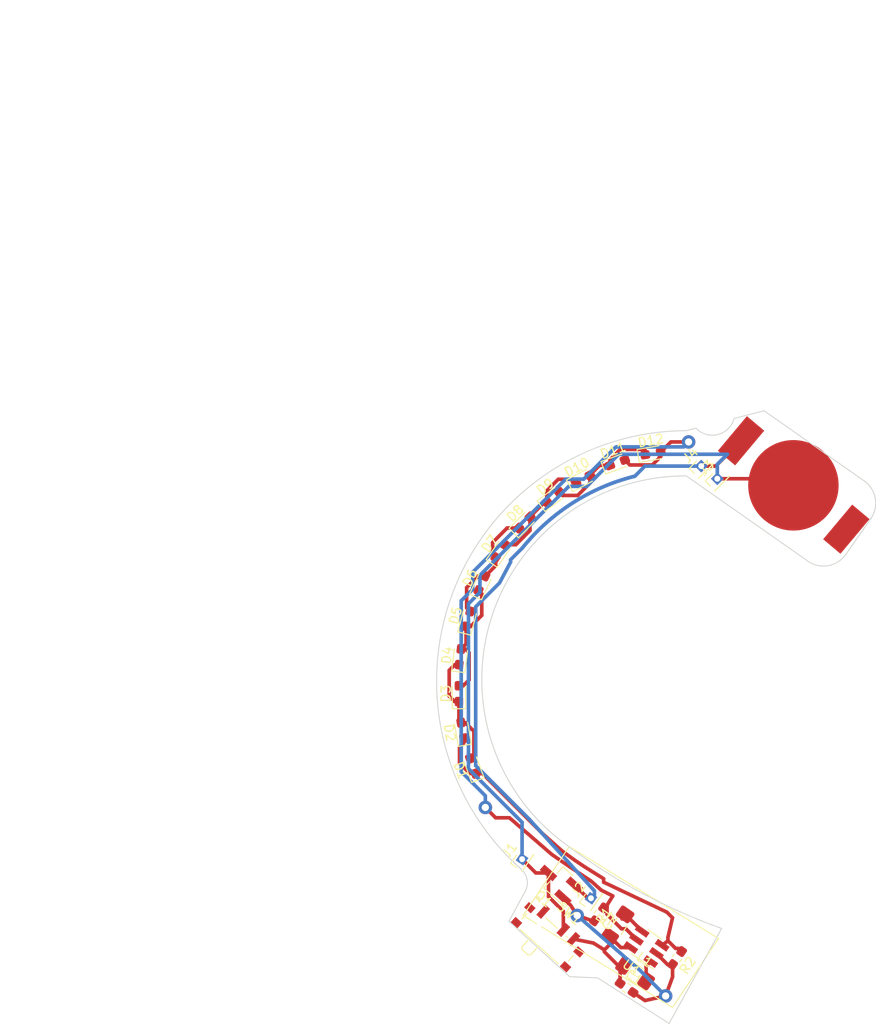
<source format=kicad_pcb>
(kicad_pcb (version 20171130) (host pcbnew 5.1.5)

  (general
    (thickness 1.6)
    (drawings 73)
    (tracks 272)
    (zones 0)
    (modules 25)
    (nets 15)
  )

  (page A4)
  (layers
    (0 F.Cu signal)
    (31 B.Cu signal)
    (32 B.Adhes user)
    (33 F.Adhes user)
    (34 B.Paste user)
    (35 F.Paste user)
    (36 B.SilkS user)
    (37 F.SilkS user)
    (38 B.Mask user)
    (39 F.Mask user)
    (40 Dwgs.User user)
    (41 Cmts.User user)
    (42 Eco1.User user)
    (43 Eco2.User user)
    (44 Edge.Cuts user)
    (45 Margin user)
    (46 B.CrtYd user)
    (47 F.CrtYd user)
    (48 B.Fab user)
    (49 F.Fab user hide)
  )

  (setup
    (last_trace_width 0.4)
    (trace_clearance 0.4)
    (zone_clearance 0.508)
    (zone_45_only no)
    (trace_min 0.2)
    (via_size 0.8)
    (via_drill 0.4)
    (via_min_size 0.4)
    (via_min_drill 0.3)
    (user_via 1.5 0.8)
    (uvia_size 0.3)
    (uvia_drill 0.1)
    (uvias_allowed no)
    (uvia_min_size 0.2)
    (uvia_min_drill 0.1)
    (edge_width 0.05)
    (segment_width 0.2)
    (pcb_text_width 0.3)
    (pcb_text_size 1.5 1.5)
    (mod_edge_width 0.12)
    (mod_text_size 1 1)
    (mod_text_width 0.15)
    (pad_size 1.524 1.524)
    (pad_drill 0.762)
    (pad_to_mask_clearance 0.051)
    (solder_mask_min_width 0.25)
    (aux_axis_origin 0 0)
    (visible_elements FFFFFF7F)
    (pcbplotparams
      (layerselection 0x010fc_ffffffff)
      (usegerberextensions false)
      (usegerberattributes false)
      (usegerberadvancedattributes false)
      (creategerberjobfile false)
      (excludeedgelayer true)
      (linewidth 0.100000)
      (plotframeref false)
      (viasonmask false)
      (mode 1)
      (useauxorigin false)
      (hpglpennumber 1)
      (hpglpenspeed 20)
      (hpglpendiameter 15.000000)
      (psnegative false)
      (psa4output false)
      (plotreference true)
      (plotvalue true)
      (plotinvisibletext false)
      (padsonsilk false)
      (subtractmaskfromsilk false)
      (outputformat 1)
      (mirror false)
      (drillshape 1)
      (scaleselection 1)
      (outputdirectory ""))
  )

  (net 0 "")
  (net 1 GND)
  (net 2 "Net-(D1-Pad2)")
  (net 3 VCC)
  (net 4 "Net-(D10-Pad2)")
  (net 5 "Net-(D10-Pad1)")
  (net 6 /LED-)
  (net 7 /LED+)
  (net 8 "Net-(L1-Pad2)")
  (net 9 "Net-(R1-Pad2)")
  (net 10 "Net-(SW1-Pad1)")
  (net 11 /BATT-)
  (net 12 /BATT+)
  (net 13 "Net-(D3-Pad2)")
  (net 14 "Net-(D5-Pad2)")

  (net_class Default "This is the default net class."
    (clearance 0.4)
    (trace_width 0.4)
    (via_dia 0.8)
    (via_drill 0.4)
    (uvia_dia 0.3)
    (uvia_drill 0.1)
    (add_net /BATT+)
    (add_net /BATT-)
    (add_net /LED+)
    (add_net /LED-)
    (add_net GND)
    (add_net "Net-(D1-Pad2)")
    (add_net "Net-(D10-Pad1)")
    (add_net "Net-(D10-Pad2)")
    (add_net "Net-(D3-Pad2)")
    (add_net "Net-(D5-Pad2)")
    (add_net "Net-(L1-Pad2)")
    (add_net "Net-(R1-Pad2)")
    (add_net "Net-(SW1-Pad1)")
    (add_net VCC)
  )

  (module LED_SMD:LED_0603_1608Metric_Pad1.05x0.95mm_HandSolder (layer F.Cu) (tedit 5B4B45C9) (tstamp 5E629517)
    (at 82.55 75.311 55)
    (descr "LED SMD 0603 (1608 Metric), square (rectangular) end terminal, IPC_7351 nominal, (Body size source: http://www.tortai-tech.com/upload/download/2011102023233369053.pdf), generated with kicad-footprint-generator")
    (tags "LED handsolder")
    (path /5E632353)
    (attr smd)
    (fp_text reference D7 (at 0 -1.43 55) (layer F.SilkS)
      (effects (font (size 1 1) (thickness 0.15)))
    )
    (fp_text value LED (at 0 1.43 55) (layer F.Fab)
      (effects (font (size 1 1) (thickness 0.15)))
    )
    (fp_line (start 0.8 -0.4) (end -0.5 -0.4) (layer F.Fab) (width 0.1))
    (fp_line (start -0.5 -0.4) (end -0.8 -0.1) (layer F.Fab) (width 0.1))
    (fp_line (start -0.8 -0.1) (end -0.8 0.4) (layer F.Fab) (width 0.1))
    (fp_line (start -0.8 0.4) (end 0.8 0.4) (layer F.Fab) (width 0.1))
    (fp_line (start 0.8 0.4) (end 0.8 -0.4) (layer F.Fab) (width 0.1))
    (fp_line (start 0.8 -0.735) (end -1.66 -0.735) (layer F.SilkS) (width 0.12))
    (fp_line (start -1.66 -0.735) (end -1.66 0.735) (layer F.SilkS) (width 0.12))
    (fp_line (start -1.66 0.735) (end 0.8 0.735) (layer F.SilkS) (width 0.12))
    (fp_line (start -1.65 0.73) (end -1.65 -0.73) (layer F.CrtYd) (width 0.05))
    (fp_line (start -1.65 -0.73) (end 1.65 -0.73) (layer F.CrtYd) (width 0.05))
    (fp_line (start 1.65 -0.73) (end 1.65 0.73) (layer F.CrtYd) (width 0.05))
    (fp_line (start 1.65 0.73) (end -1.65 0.73) (layer F.CrtYd) (width 0.05))
    (fp_text user %R (at 0 0 55) (layer F.Fab)
      (effects (font (size 0.4 0.4) (thickness 0.06)))
    )
    (pad 1 smd roundrect (at -0.875 0 55) (size 1.05 0.95) (layers F.Cu F.Paste F.Mask) (roundrect_rratio 0.25)
      (net 14 "Net-(D5-Pad2)"))
    (pad 2 smd roundrect (at 0.875 0 55) (size 1.05 0.95) (layers F.Cu F.Paste F.Mask) (roundrect_rratio 0.25)
      (net 5 "Net-(D10-Pad1)"))
    (model ${KISYS3DMOD}/LED_SMD.3dshapes/LED_0603_1608Metric.wrl
      (at (xyz 0 0 0))
      (scale (xyz 1 1 1))
      (rotate (xyz 0 0 0))
    )
  )

  (module LED_SMD:LED_0603_1608Metric_Pad1.05x0.95mm_HandSolder (layer F.Cu) (tedit 5B4B45C9) (tstamp 5E6297F0)
    (at 78.359 95.123 100)
    (descr "LED SMD 0603 (1608 Metric), square (rectangular) end terminal, IPC_7351 nominal, (Body size source: http://www.tortai-tech.com/upload/download/2011102023233369053.pdf), generated with kicad-footprint-generator")
    (tags "LED handsolder")
    (path /5E54FC02)
    (attr smd)
    (fp_text reference D2 (at 0 -1.43 100) (layer F.SilkS)
      (effects (font (size 1 1) (thickness 0.15)))
    )
    (fp_text value LED (at 0 1.43 100) (layer F.Fab)
      (effects (font (size 1 1) (thickness 0.15)))
    )
    (fp_line (start 0.8 -0.4) (end -0.5 -0.4) (layer F.Fab) (width 0.1))
    (fp_line (start -0.5 -0.4) (end -0.8 -0.1) (layer F.Fab) (width 0.1))
    (fp_line (start -0.8 -0.1) (end -0.8 0.4) (layer F.Fab) (width 0.1))
    (fp_line (start -0.8 0.4) (end 0.8 0.4) (layer F.Fab) (width 0.1))
    (fp_line (start 0.8 0.4) (end 0.8 -0.4) (layer F.Fab) (width 0.1))
    (fp_line (start 0.8 -0.735) (end -1.66 -0.735) (layer F.SilkS) (width 0.12))
    (fp_line (start -1.66 -0.735) (end -1.66 0.735) (layer F.SilkS) (width 0.12))
    (fp_line (start -1.66 0.735) (end 0.8 0.735) (layer F.SilkS) (width 0.12))
    (fp_line (start -1.65 0.73) (end -1.65 -0.73) (layer F.CrtYd) (width 0.05))
    (fp_line (start -1.65 -0.73) (end 1.65 -0.73) (layer F.CrtYd) (width 0.05))
    (fp_line (start 1.65 -0.73) (end 1.65 0.73) (layer F.CrtYd) (width 0.05))
    (fp_line (start 1.65 0.73) (end -1.65 0.73) (layer F.CrtYd) (width 0.05))
    (fp_text user %R (at 0 0 100) (layer F.Fab)
      (effects (font (size 0.4 0.4) (thickness 0.06)))
    )
    (pad 1 smd roundrect (at -0.875 0 100) (size 1.05 0.95) (layers F.Cu F.Paste F.Mask) (roundrect_rratio 0.25)
      (net 6 /LED-))
    (pad 2 smd roundrect (at 0.875 0 100) (size 1.05 0.95) (layers F.Cu F.Paste F.Mask) (roundrect_rratio 0.25)
      (net 2 "Net-(D1-Pad2)"))
    (model ${KISYS3DMOD}/LED_SMD.3dshapes/LED_0603_1608Metric.wrl
      (at (xyz 0 0 0))
      (scale (xyz 1 1 1))
      (rotate (xyz 0 0 0))
    )
  )

  (module LED_SMD:LED_0603_1608Metric_Pad1.05x0.95mm_HandSolder (layer F.Cu) (tedit 5B4B45C9) (tstamp 5E629576)
    (at 85.217 72.136 45)
    (descr "LED SMD 0603 (1608 Metric), square (rectangular) end terminal, IPC_7351 nominal, (Body size source: http://www.tortai-tech.com/upload/download/2011102023233369053.pdf), generated with kicad-footprint-generator")
    (tags "LED handsolder")
    (path /5E63234D)
    (attr smd)
    (fp_text reference D8 (at 0 -1.43 45) (layer F.SilkS)
      (effects (font (size 1 1) (thickness 0.15)))
    )
    (fp_text value LED (at 0 1.43 45) (layer F.Fab)
      (effects (font (size 1 1) (thickness 0.15)))
    )
    (fp_text user %R (at 0 0 45) (layer F.Fab)
      (effects (font (size 0.4 0.4) (thickness 0.06)))
    )
    (fp_line (start 1.65 0.73) (end -1.65 0.73) (layer F.CrtYd) (width 0.05))
    (fp_line (start 1.65 -0.73) (end 1.65 0.73) (layer F.CrtYd) (width 0.05))
    (fp_line (start -1.65 -0.73) (end 1.65 -0.73) (layer F.CrtYd) (width 0.05))
    (fp_line (start -1.65 0.73) (end -1.65 -0.73) (layer F.CrtYd) (width 0.05))
    (fp_line (start -1.66 0.735) (end 0.8 0.735) (layer F.SilkS) (width 0.12))
    (fp_line (start -1.66 -0.735) (end -1.66 0.735) (layer F.SilkS) (width 0.12))
    (fp_line (start 0.8 -0.735) (end -1.66 -0.735) (layer F.SilkS) (width 0.12))
    (fp_line (start 0.8 0.4) (end 0.8 -0.4) (layer F.Fab) (width 0.1))
    (fp_line (start -0.8 0.4) (end 0.8 0.4) (layer F.Fab) (width 0.1))
    (fp_line (start -0.8 -0.1) (end -0.8 0.4) (layer F.Fab) (width 0.1))
    (fp_line (start -0.5 -0.4) (end -0.8 -0.1) (layer F.Fab) (width 0.1))
    (fp_line (start 0.8 -0.4) (end -0.5 -0.4) (layer F.Fab) (width 0.1))
    (pad 2 smd roundrect (at 0.875 0 45) (size 1.05 0.95) (layers F.Cu F.Paste F.Mask) (roundrect_rratio 0.25)
      (net 5 "Net-(D10-Pad1)"))
    (pad 1 smd roundrect (at -0.875 0 45) (size 1.05 0.95) (layers F.Cu F.Paste F.Mask) (roundrect_rratio 0.25)
      (net 14 "Net-(D5-Pad2)"))
    (model ${KISYS3DMOD}/LED_SMD.3dshapes/LED_0603_1608Metric.wrl
      (at (xyz 0 0 0))
      (scale (xyz 1 1 1))
      (rotate (xyz 0 0 0))
    )
  )

  (module LED_SMD:LED_0603_1608Metric_Pad1.05x0.95mm_HandSolder (layer F.Cu) (tedit 5B4B45C9) (tstamp 5E6294F1)
    (at 77.978 91.059 90)
    (descr "LED SMD 0603 (1608 Metric), square (rectangular) end terminal, IPC_7351 nominal, (Body size source: http://www.tortai-tech.com/upload/download/2011102023233369053.pdf), generated with kicad-footprint-generator")
    (tags "LED handsolder")
    (path /5E62D66B)
    (attr smd)
    (fp_text reference D3 (at 0 -1.43 90) (layer F.SilkS)
      (effects (font (size 1 1) (thickness 0.15)))
    )
    (fp_text value LED (at 0 1.43 90) (layer F.Fab)
      (effects (font (size 1 1) (thickness 0.15)))
    )
    (fp_text user %R (at 0 0 90) (layer F.Fab)
      (effects (font (size 0.4 0.4) (thickness 0.06)))
    )
    (fp_line (start 1.65 0.73) (end -1.65 0.73) (layer F.CrtYd) (width 0.05))
    (fp_line (start 1.65 -0.73) (end 1.65 0.73) (layer F.CrtYd) (width 0.05))
    (fp_line (start -1.65 -0.73) (end 1.65 -0.73) (layer F.CrtYd) (width 0.05))
    (fp_line (start -1.65 0.73) (end -1.65 -0.73) (layer F.CrtYd) (width 0.05))
    (fp_line (start -1.66 0.735) (end 0.8 0.735) (layer F.SilkS) (width 0.12))
    (fp_line (start -1.66 -0.735) (end -1.66 0.735) (layer F.SilkS) (width 0.12))
    (fp_line (start 0.8 -0.735) (end -1.66 -0.735) (layer F.SilkS) (width 0.12))
    (fp_line (start 0.8 0.4) (end 0.8 -0.4) (layer F.Fab) (width 0.1))
    (fp_line (start -0.8 0.4) (end 0.8 0.4) (layer F.Fab) (width 0.1))
    (fp_line (start -0.8 -0.1) (end -0.8 0.4) (layer F.Fab) (width 0.1))
    (fp_line (start -0.5 -0.4) (end -0.8 -0.1) (layer F.Fab) (width 0.1))
    (fp_line (start 0.8 -0.4) (end -0.5 -0.4) (layer F.Fab) (width 0.1))
    (pad 2 smd roundrect (at 0.875 0 90) (size 1.05 0.95) (layers F.Cu F.Paste F.Mask) (roundrect_rratio 0.25)
      (net 13 "Net-(D3-Pad2)"))
    (pad 1 smd roundrect (at -0.875 0 90) (size 1.05 0.95) (layers F.Cu F.Paste F.Mask) (roundrect_rratio 0.25)
      (net 2 "Net-(D1-Pad2)"))
    (model ${KISYS3DMOD}/LED_SMD.3dshapes/LED_0603_1608Metric.wrl
      (at (xyz 0 0 0))
      (scale (xyz 1 1 1))
      (rotate (xyz 0 0 0))
    )
  )

  (module LED_SMD:LED_0603_1608Metric_Pad1.05x0.95mm_HandSolder (layer F.Cu) (tedit 5B4B45C9) (tstamp 5E62B868)
    (at 78.994 82.804 75)
    (descr "LED SMD 0603 (1608 Metric), square (rectangular) end terminal, IPC_7351 nominal, (Body size source: http://www.tortai-tech.com/upload/download/2011102023233369053.pdf), generated with kicad-footprint-generator")
    (tags "LED handsolder")
    (path /5E630AA6)
    (attr smd)
    (fp_text reference D5 (at 0 -1.43 75) (layer F.SilkS)
      (effects (font (size 1 1) (thickness 0.15)))
    )
    (fp_text value LED (at 0 1.43 75) (layer F.Fab)
      (effects (font (size 1 1) (thickness 0.15)))
    )
    (fp_line (start 0.8 -0.4) (end -0.5 -0.4) (layer F.Fab) (width 0.1))
    (fp_line (start -0.5 -0.4) (end -0.8 -0.1) (layer F.Fab) (width 0.1))
    (fp_line (start -0.8 -0.1) (end -0.8 0.4) (layer F.Fab) (width 0.1))
    (fp_line (start -0.8 0.4) (end 0.8 0.4) (layer F.Fab) (width 0.1))
    (fp_line (start 0.8 0.4) (end 0.8 -0.4) (layer F.Fab) (width 0.1))
    (fp_line (start 0.8 -0.735) (end -1.66 -0.735) (layer F.SilkS) (width 0.12))
    (fp_line (start -1.66 -0.735) (end -1.66 0.735) (layer F.SilkS) (width 0.12))
    (fp_line (start -1.66 0.735) (end 0.8 0.735) (layer F.SilkS) (width 0.12))
    (fp_line (start -1.65 0.73) (end -1.65 -0.73) (layer F.CrtYd) (width 0.05))
    (fp_line (start -1.65 -0.73) (end 1.65 -0.73) (layer F.CrtYd) (width 0.05))
    (fp_line (start 1.65 -0.73) (end 1.65 0.73) (layer F.CrtYd) (width 0.05))
    (fp_line (start 1.65 0.73) (end -1.65 0.73) (layer F.CrtYd) (width 0.05))
    (fp_text user %R (at 0 0 75) (layer F.Fab)
      (effects (font (size 0.4 0.4) (thickness 0.06)))
    )
    (pad 1 smd roundrect (at -0.875 0 75) (size 1.05 0.95) (layers F.Cu F.Paste F.Mask) (roundrect_rratio 0.25)
      (net 13 "Net-(D3-Pad2)"))
    (pad 2 smd roundrect (at 0.875 0 75) (size 1.05 0.95) (layers F.Cu F.Paste F.Mask) (roundrect_rratio 0.25)
      (net 14 "Net-(D5-Pad2)"))
    (model ${KISYS3DMOD}/LED_SMD.3dshapes/LED_0603_1608Metric.wrl
      (at (xyz 0 0 0))
      (scale (xyz 1 1 1))
      (rotate (xyz 0 0 0))
    )
  )

  (module LED_SMD:LED_0603_1608Metric_Pad1.05x0.95mm_HandSolder (layer F.Cu) (tedit 5B4B45C9) (tstamp 5E62A80D)
    (at 88.392 69.342 37)
    (descr "LED SMD 0603 (1608 Metric), square (rectangular) end terminal, IPC_7351 nominal, (Body size source: http://www.tortai-tech.com/upload/download/2011102023233369053.pdf), generated with kicad-footprint-generator")
    (tags "LED handsolder")
    (path /5E635746)
    (attr smd)
    (fp_text reference D9 (at 0 -1.43 37) (layer F.SilkS)
      (effects (font (size 1 1) (thickness 0.15)))
    )
    (fp_text value LED (at 0 1.43 37) (layer F.Fab)
      (effects (font (size 1 1) (thickness 0.15)))
    )
    (fp_line (start 0.8 -0.4) (end -0.5 -0.4) (layer F.Fab) (width 0.1))
    (fp_line (start -0.5 -0.4) (end -0.8 -0.1) (layer F.Fab) (width 0.1))
    (fp_line (start -0.8 -0.1) (end -0.8 0.4) (layer F.Fab) (width 0.1))
    (fp_line (start -0.8 0.4) (end 0.8 0.4) (layer F.Fab) (width 0.1))
    (fp_line (start 0.8 0.4) (end 0.8 -0.4) (layer F.Fab) (width 0.1))
    (fp_line (start 0.8 -0.735) (end -1.66 -0.735) (layer F.SilkS) (width 0.12))
    (fp_line (start -1.66 -0.735) (end -1.66 0.735) (layer F.SilkS) (width 0.12))
    (fp_line (start -1.66 0.735) (end 0.8 0.735) (layer F.SilkS) (width 0.12))
    (fp_line (start -1.65 0.73) (end -1.65 -0.73) (layer F.CrtYd) (width 0.05))
    (fp_line (start -1.65 -0.73) (end 1.65 -0.73) (layer F.CrtYd) (width 0.05))
    (fp_line (start 1.65 -0.73) (end 1.65 0.73) (layer F.CrtYd) (width 0.05))
    (fp_line (start 1.65 0.73) (end -1.65 0.73) (layer F.CrtYd) (width 0.05))
    (fp_text user %R (at 0 0 217) (layer F.Fab)
      (effects (font (size 0.4 0.4) (thickness 0.06)))
    )
    (pad 1 smd roundrect (at -0.875 0 37) (size 1.05 0.95) (layers F.Cu F.Paste F.Mask) (roundrect_rratio 0.25)
      (net 5 "Net-(D10-Pad1)"))
    (pad 2 smd roundrect (at 0.875 0 37) (size 1.05 0.95) (layers F.Cu F.Paste F.Mask) (roundrect_rratio 0.25)
      (net 4 "Net-(D10-Pad2)"))
    (model ${KISYS3DMOD}/LED_SMD.3dshapes/LED_0603_1608Metric.wrl
      (at (xyz 0 0 0))
      (scale (xyz 1 1 1))
      (rotate (xyz 0 0 0))
    )
  )

  (module LED_SMD:LED_0603_1608Metric_Pad1.05x0.95mm_HandSolder (layer F.Cu) (tedit 5B4B45C9) (tstamp 5E629550)
    (at 78.105 86.995 83)
    (descr "LED SMD 0603 (1608 Metric), square (rectangular) end terminal, IPC_7351 nominal, (Body size source: http://www.tortai-tech.com/upload/download/2011102023233369053.pdf), generated with kicad-footprint-generator")
    (tags "LED handsolder")
    (path /5E62D661)
    (attr smd)
    (fp_text reference D4 (at 0 -1.43 83) (layer F.SilkS)
      (effects (font (size 1 1) (thickness 0.15)))
    )
    (fp_text value LED (at 0 1.43 83) (layer F.Fab)
      (effects (font (size 1 1) (thickness 0.15)))
    )
    (fp_line (start 0.8 -0.4) (end -0.5 -0.4) (layer F.Fab) (width 0.1))
    (fp_line (start -0.5 -0.4) (end -0.8 -0.1) (layer F.Fab) (width 0.1))
    (fp_line (start -0.8 -0.1) (end -0.8 0.4) (layer F.Fab) (width 0.1))
    (fp_line (start -0.8 0.4) (end 0.8 0.4) (layer F.Fab) (width 0.1))
    (fp_line (start 0.8 0.4) (end 0.8 -0.4) (layer F.Fab) (width 0.1))
    (fp_line (start 0.8 -0.735) (end -1.66 -0.735) (layer F.SilkS) (width 0.12))
    (fp_line (start -1.66 -0.735) (end -1.66 0.735) (layer F.SilkS) (width 0.12))
    (fp_line (start -1.66 0.735) (end 0.8 0.735) (layer F.SilkS) (width 0.12))
    (fp_line (start -1.65 0.73) (end -1.65 -0.73) (layer F.CrtYd) (width 0.05))
    (fp_line (start -1.65 -0.73) (end 1.65 -0.73) (layer F.CrtYd) (width 0.05))
    (fp_line (start 1.65 -0.73) (end 1.65 0.73) (layer F.CrtYd) (width 0.05))
    (fp_line (start 1.65 0.73) (end -1.65 0.73) (layer F.CrtYd) (width 0.05))
    (fp_text user %R (at 0 0 83) (layer F.Fab)
      (effects (font (size 0.4 0.4) (thickness 0.06)))
    )
    (pad 1 smd roundrect (at -0.875 0 83) (size 1.05 0.95) (layers F.Cu F.Paste F.Mask) (roundrect_rratio 0.25)
      (net 2 "Net-(D1-Pad2)"))
    (pad 2 smd roundrect (at 0.875 0 83) (size 1.05 0.95) (layers F.Cu F.Paste F.Mask) (roundrect_rratio 0.25)
      (net 13 "Net-(D3-Pad2)"))
    (model ${KISYS3DMOD}/LED_SMD.3dshapes/LED_0603_1608Metric.wrl
      (at (xyz 0 0 0))
      (scale (xyz 1 1 1))
      (rotate (xyz 0 0 0))
    )
  )

  (module LED_SMD:LED_0603_1608Metric_Pad1.05x0.95mm_HandSolder (layer F.Cu) (tedit 5B4B45C9) (tstamp 5E632D11)
    (at 80.518 78.867 65)
    (descr "LED SMD 0603 (1608 Metric), square (rectangular) end terminal, IPC_7351 nominal, (Body size source: http://www.tortai-tech.com/upload/download/2011102023233369053.pdf), generated with kicad-footprint-generator")
    (tags "LED handsolder")
    (path /5E630AA0)
    (attr smd)
    (fp_text reference D6 (at 0 -1.43 65) (layer F.SilkS)
      (effects (font (size 1 1) (thickness 0.15)))
    )
    (fp_text value LED (at 0 1.43 65) (layer F.Fab)
      (effects (font (size 1 1) (thickness 0.15)))
    )
    (fp_text user %R (at 0 0 65) (layer F.Fab)
      (effects (font (size 0.4 0.4) (thickness 0.06)))
    )
    (fp_line (start 1.65 0.73) (end -1.65 0.73) (layer F.CrtYd) (width 0.05))
    (fp_line (start 1.65 -0.73) (end 1.65 0.73) (layer F.CrtYd) (width 0.05))
    (fp_line (start -1.65 -0.73) (end 1.65 -0.73) (layer F.CrtYd) (width 0.05))
    (fp_line (start -1.65 0.73) (end -1.65 -0.73) (layer F.CrtYd) (width 0.05))
    (fp_line (start -1.66 0.735) (end 0.8 0.735) (layer F.SilkS) (width 0.12))
    (fp_line (start -1.66 -0.735) (end -1.66 0.735) (layer F.SilkS) (width 0.12))
    (fp_line (start 0.8 -0.735) (end -1.66 -0.735) (layer F.SilkS) (width 0.12))
    (fp_line (start 0.8 0.4) (end 0.8 -0.4) (layer F.Fab) (width 0.1))
    (fp_line (start -0.8 0.4) (end 0.8 0.4) (layer F.Fab) (width 0.1))
    (fp_line (start -0.8 -0.1) (end -0.8 0.4) (layer F.Fab) (width 0.1))
    (fp_line (start -0.5 -0.4) (end -0.8 -0.1) (layer F.Fab) (width 0.1))
    (fp_line (start 0.8 -0.4) (end -0.5 -0.4) (layer F.Fab) (width 0.1))
    (pad 2 smd roundrect (at 0.875 0 65) (size 1.05 0.95) (layers F.Cu F.Paste F.Mask) (roundrect_rratio 0.25)
      (net 14 "Net-(D5-Pad2)"))
    (pad 1 smd roundrect (at -0.875 0 65) (size 1.05 0.95) (layers F.Cu F.Paste F.Mask) (roundrect_rratio 0.25)
      (net 13 "Net-(D3-Pad2)"))
    (model ${KISYS3DMOD}/LED_SMD.3dshapes/LED_0603_1608Metric.wrl
      (at (xyz 0 0 0))
      (scale (xyz 1 1 1))
      (rotate (xyz 0 0 0))
    )
  )

  (module LED_SMD:LED_0603_1608Metric_Pad1.05x0.95mm_HandSolder (layer F.Cu) (tedit 5B4B45C9) (tstamp 5E6333FE)
    (at 91.694 67.31 28)
    (descr "LED SMD 0603 (1608 Metric), square (rectangular) end terminal, IPC_7351 nominal, (Body size source: http://www.tortai-tech.com/upload/download/2011102023233369053.pdf), generated with kicad-footprint-generator")
    (tags "LED handsolder")
    (path /5E635740)
    (attr smd)
    (fp_text reference D10 (at 0 -1.43 28) (layer F.SilkS)
      (effects (font (size 1 1) (thickness 0.15)))
    )
    (fp_text value LED (at 0 1.43 28) (layer F.Fab)
      (effects (font (size 1 1) (thickness 0.15)))
    )
    (fp_text user %R (at 0 0 28) (layer F.Fab)
      (effects (font (size 0.4 0.4) (thickness 0.06)))
    )
    (fp_line (start 1.65 0.73) (end -1.65 0.73) (layer F.CrtYd) (width 0.05))
    (fp_line (start 1.65 -0.73) (end 1.65 0.73) (layer F.CrtYd) (width 0.05))
    (fp_line (start -1.65 -0.73) (end 1.65 -0.73) (layer F.CrtYd) (width 0.05))
    (fp_line (start -1.65 0.73) (end -1.65 -0.73) (layer F.CrtYd) (width 0.05))
    (fp_line (start -1.66 0.735) (end 0.8 0.735) (layer F.SilkS) (width 0.12))
    (fp_line (start -1.66 -0.735) (end -1.66 0.735) (layer F.SilkS) (width 0.12))
    (fp_line (start 0.8 -0.735) (end -1.66 -0.735) (layer F.SilkS) (width 0.12))
    (fp_line (start 0.8 0.4) (end 0.8 -0.4) (layer F.Fab) (width 0.1))
    (fp_line (start -0.8 0.4) (end 0.8 0.4) (layer F.Fab) (width 0.1))
    (fp_line (start -0.8 -0.1) (end -0.8 0.4) (layer F.Fab) (width 0.1))
    (fp_line (start -0.5 -0.4) (end -0.8 -0.1) (layer F.Fab) (width 0.1))
    (fp_line (start 0.8 -0.4) (end -0.5 -0.4) (layer F.Fab) (width 0.1))
    (pad 2 smd roundrect (at 0.875 0 28) (size 1.05 0.95) (layers F.Cu F.Paste F.Mask) (roundrect_rratio 0.25)
      (net 4 "Net-(D10-Pad2)"))
    (pad 1 smd roundrect (at -0.875 0 28) (size 1.05 0.95) (layers F.Cu F.Paste F.Mask) (roundrect_rratio 0.25)
      (net 5 "Net-(D10-Pad1)"))
    (model ${KISYS3DMOD}/LED_SMD.3dshapes/LED_0603_1608Metric.wrl
      (at (xyz 0 0 0))
      (scale (xyz 1 1 1))
      (rotate (xyz 0 0 0))
    )
  )

  (module touchled:Battery_CR1225 (layer F.Cu) (tedit 5E6419B8) (tstamp 5E62BBBC)
    (at 115 68 320)
    (descr "CR1225 battery")
    (tags "battery CR1225 coin cell")
    (path /5E555EC0)
    (attr virtual)
    (fp_text reference BT1 (at 0.000001 -1 140) (layer F.SilkS) hide
      (effects (font (size 1 1) (thickness 0.15)))
    )
    (fp_text value CR1216 (at 0 0.499999 140) (layer F.Fab)
      (effects (font (size 1 1) (thickness 0.15)))
    )
    (fp_circle (center 0 0) (end 7 0) (layer F.CrtYd) (width 0.1))
    (pad 2 smd rect (at 7.6 0 320) (size 2.5 5) (layers F.Cu F.Paste F.Mask)
      (net 11 /BATT-))
    (pad 2 smd rect (at -7.6 0 320) (size 2.5 5) (layers F.Cu F.Paste F.Mask)
      (net 11 /BATT-))
    (pad 1 smd circle (at 0 0.05 320) (size 10 10) (layers F.Cu F.Paste F.Mask)
      (net 12 /BATT+))
    (model /home/jon/projects/personal/jewelry/atlantis/batth-cr1220.step
      (at (xyz 0 0 0))
      (scale (xyz 1 1 1))
      (rotate (xyz 0 0 0))
    )
  )

  (module Connector_PinHeader_1.27mm:PinHeader_1x01_P1.27mm_Vertical (layer F.Cu) (tedit 59FED6E3) (tstamp 5E64225F)
    (at 92.583 113.665 55)
    (descr "Through hole straight pin header, 1x01, 1.27mm pitch, single row")
    (tags "Through hole pin header THT 1x01 1.27mm single row")
    (path /5E69EBC0)
    (fp_text reference J2 (at 0 -1.695 55) (layer F.SilkS)
      (effects (font (size 1 1) (thickness 0.15)))
    )
    (fp_text value Conn_01x01 (at 0 1.695 55) (layer F.Fab)
      (effects (font (size 1 1) (thickness 0.15)))
    )
    (fp_text user %R (at 0 0 145) (layer F.Fab)
      (effects (font (size 1 1) (thickness 0.15)))
    )
    (fp_line (start 1.55 -1.15) (end -1.55 -1.15) (layer F.CrtYd) (width 0.05))
    (fp_line (start 1.55 1.15) (end 1.55 -1.15) (layer F.CrtYd) (width 0.05))
    (fp_line (start -1.55 1.15) (end 1.55 1.15) (layer F.CrtYd) (width 0.05))
    (fp_line (start -1.55 -1.15) (end -1.55 1.15) (layer F.CrtYd) (width 0.05))
    (fp_line (start -1.11 -0.76) (end 0 -0.76) (layer F.SilkS) (width 0.12))
    (fp_line (start -1.11 0) (end -1.11 -0.76) (layer F.SilkS) (width 0.12))
    (fp_line (start 0.563471 0.76) (end 1.11 0.76) (layer F.SilkS) (width 0.12))
    (fp_line (start -1.11 0.76) (end -0.563471 0.76) (layer F.SilkS) (width 0.12))
    (fp_line (start 1.11 0.76) (end 1.11 0.695) (layer F.SilkS) (width 0.12))
    (fp_line (start -1.11 0.76) (end -1.11 0.695) (layer F.SilkS) (width 0.12))
    (fp_line (start -1.11 0.76) (end 1.11 0.76) (layer F.SilkS) (width 0.12))
    (fp_line (start -1.05 -0.11) (end -0.525 -0.635) (layer F.Fab) (width 0.1))
    (fp_line (start -1.05 0.635) (end -1.05 -0.11) (layer F.Fab) (width 0.1))
    (fp_line (start 1.05 0.635) (end -1.05 0.635) (layer F.Fab) (width 0.1))
    (fp_line (start 1.05 -0.635) (end 1.05 0.635) (layer F.Fab) (width 0.1))
    (fp_line (start -0.525 -0.635) (end 1.05 -0.635) (layer F.Fab) (width 0.1))
    (pad 1 thru_hole rect (at 0 0 55) (size 1 1) (drill 0.65) (layers *.Cu *.Mask)
      (net 11 /BATT-))
    (model ${KISYS3DMOD}/Connector_PinHeader_1.27mm.3dshapes/PinHeader_1x01_P1.27mm_Vertical.wrl
      (at (xyz 0 0 0))
      (scale (xyz 1 1 1))
      (rotate (xyz 0 0 0))
    )
  )

  (module Resistor_SMD:R_1206_3216Metric_Pad1.42x1.75mm_HandSolder (layer F.Cu) (tedit 5B301BBD) (tstamp 5E640A78)
    (at 95.510121 116.667758 55)
    (descr "Resistor SMD 1206 (3216 Metric), square (rectangular) end terminal, IPC_7351 nominal with elongated pad for handsoldering. (Body size source: http://www.tortai-tech.com/upload/download/2011102023233369053.pdf), generated with kicad-footprint-generator")
    (tags "resistor handsolder")
    (path /5E62F4AD)
    (attr smd)
    (fp_text reference R1 (at 0 -1.82 55) (layer F.SilkS)
      (effects (font (size 1 1) (thickness 0.15)))
    )
    (fp_text value 100k (at 0 1.82 55) (layer F.Fab)
      (effects (font (size 1 1) (thickness 0.15)))
    )
    (fp_text user %R (at 0 0 55) (layer F.Fab)
      (effects (font (size 0.8 0.8) (thickness 0.12)))
    )
    (fp_line (start 2.45 1.12) (end -2.45 1.12) (layer F.CrtYd) (width 0.05))
    (fp_line (start 2.45 -1.12) (end 2.45 1.12) (layer F.CrtYd) (width 0.05))
    (fp_line (start -2.45 -1.12) (end 2.45 -1.12) (layer F.CrtYd) (width 0.05))
    (fp_line (start -2.45 1.12) (end -2.45 -1.12) (layer F.CrtYd) (width 0.05))
    (fp_line (start -0.602064 0.91) (end 0.602064 0.91) (layer F.SilkS) (width 0.12))
    (fp_line (start -0.602064 -0.91) (end 0.602064 -0.91) (layer F.SilkS) (width 0.12))
    (fp_line (start 1.6 0.8) (end -1.6 0.8) (layer F.Fab) (width 0.1))
    (fp_line (start 1.6 -0.8) (end 1.6 0.8) (layer F.Fab) (width 0.1))
    (fp_line (start -1.6 -0.8) (end 1.6 -0.8) (layer F.Fab) (width 0.1))
    (fp_line (start -1.6 0.8) (end -1.6 -0.8) (layer F.Fab) (width 0.1))
    (pad 2 smd roundrect (at 1.4875 0 55) (size 1.425 1.75) (layers F.Cu F.Paste F.Mask) (roundrect_rratio 0.175439)
      (net 9 "Net-(R1-Pad2)"))
    (pad 1 smd roundrect (at -1.4875 0 55) (size 1.425 1.75) (layers F.Cu F.Paste F.Mask) (roundrect_rratio 0.175439)
      (net 3 VCC))
    (model ${KISYS3DMOD}/Resistor_SMD.3dshapes/R_1206_3216Metric.wrl
      (at (xyz 0 0 0))
      (scale (xyz 1 1 1))
      (rotate (xyz 0 0 0))
    )
  )

  (module Connector_PinHeader_1.27mm:PinHeader_1x01_P1.27mm_Vertical (layer F.Cu) (tedit 59FED6E3) (tstamp 5E64228B)
    (at 104.775 65.913 45)
    (descr "Through hole straight pin header, 1x01, 1.27mm pitch, single row")
    (tags "Through hole pin header THT 1x01 1.27mm single row")
    (path /5E69C98F)
    (fp_text reference J4 (at 0 -1.695 45) (layer F.SilkS)
      (effects (font (size 1 1) (thickness 0.15)))
    )
    (fp_text value Conn_01x01 (at 0 1.695 45) (layer F.Fab)
      (effects (font (size 1 1) (thickness 0.15)))
    )
    (fp_text user %R (at 0 0 135) (layer F.Fab)
      (effects (font (size 1 1) (thickness 0.15)))
    )
    (fp_line (start 1.55 -1.15) (end -1.55 -1.15) (layer F.CrtYd) (width 0.05))
    (fp_line (start 1.55 1.15) (end 1.55 -1.15) (layer F.CrtYd) (width 0.05))
    (fp_line (start -1.55 1.15) (end 1.55 1.15) (layer F.CrtYd) (width 0.05))
    (fp_line (start -1.55 -1.15) (end -1.55 1.15) (layer F.CrtYd) (width 0.05))
    (fp_line (start -1.11 -0.76) (end 0 -0.76) (layer F.SilkS) (width 0.12))
    (fp_line (start -1.11 0) (end -1.11 -0.76) (layer F.SilkS) (width 0.12))
    (fp_line (start 0.563471 0.76) (end 1.11 0.76) (layer F.SilkS) (width 0.12))
    (fp_line (start -1.11 0.76) (end -0.563471 0.76) (layer F.SilkS) (width 0.12))
    (fp_line (start 1.11 0.76) (end 1.11 0.695) (layer F.SilkS) (width 0.12))
    (fp_line (start -1.11 0.76) (end -1.11 0.695) (layer F.SilkS) (width 0.12))
    (fp_line (start -1.11 0.76) (end 1.11 0.76) (layer F.SilkS) (width 0.12))
    (fp_line (start -1.05 -0.11) (end -0.525 -0.635) (layer F.Fab) (width 0.1))
    (fp_line (start -1.05 0.635) (end -1.05 -0.11) (layer F.Fab) (width 0.1))
    (fp_line (start 1.05 0.635) (end -1.05 0.635) (layer F.Fab) (width 0.1))
    (fp_line (start 1.05 -0.635) (end 1.05 0.635) (layer F.Fab) (width 0.1))
    (fp_line (start -0.525 -0.635) (end 1.05 -0.635) (layer F.Fab) (width 0.1))
    (pad 1 thru_hole rect (at 0 0 45) (size 1 1) (drill 0.65) (layers *.Cu *.Mask)
      (net 11 /BATT-))
    (model ${KISYS3DMOD}/Connector_PinHeader_1.27mm.3dshapes/PinHeader_1x01_P1.27mm_Vertical.wrl
      (at (xyz 0 0 0))
      (scale (xyz 1 1 1))
      (rotate (xyz 0 0 0))
    )
  )

  (module Connector_PinHeader_1.27mm:PinHeader_1x01_P1.27mm_Vertical (layer F.Cu) (tedit 59FED6E3) (tstamp 5E642275)
    (at 106.553 67.31 45)
    (descr "Through hole straight pin header, 1x01, 1.27mm pitch, single row")
    (tags "Through hole pin header THT 1x01 1.27mm single row")
    (path /5E69BCEE)
    (fp_text reference J3 (at 0 -1.695 45) (layer F.SilkS)
      (effects (font (size 1 1) (thickness 0.15)))
    )
    (fp_text value Conn_01x01 (at 0 1.695 45) (layer F.Fab)
      (effects (font (size 1 1) (thickness 0.15)))
    )
    (fp_text user %R (at 0 0 135) (layer F.Fab)
      (effects (font (size 1 1) (thickness 0.15)))
    )
    (fp_line (start 1.55 -1.15) (end -1.55 -1.15) (layer F.CrtYd) (width 0.05))
    (fp_line (start 1.55 1.15) (end 1.55 -1.15) (layer F.CrtYd) (width 0.05))
    (fp_line (start -1.55 1.15) (end 1.55 1.15) (layer F.CrtYd) (width 0.05))
    (fp_line (start -1.55 -1.15) (end -1.55 1.15) (layer F.CrtYd) (width 0.05))
    (fp_line (start -1.11 -0.76) (end 0 -0.76) (layer F.SilkS) (width 0.12))
    (fp_line (start -1.11 0) (end -1.11 -0.76) (layer F.SilkS) (width 0.12))
    (fp_line (start 0.563471 0.76) (end 1.11 0.76) (layer F.SilkS) (width 0.12))
    (fp_line (start -1.11 0.76) (end -0.563471 0.76) (layer F.SilkS) (width 0.12))
    (fp_line (start 1.11 0.76) (end 1.11 0.695) (layer F.SilkS) (width 0.12))
    (fp_line (start -1.11 0.76) (end -1.11 0.695) (layer F.SilkS) (width 0.12))
    (fp_line (start -1.11 0.76) (end 1.11 0.76) (layer F.SilkS) (width 0.12))
    (fp_line (start -1.05 -0.11) (end -0.525 -0.635) (layer F.Fab) (width 0.1))
    (fp_line (start -1.05 0.635) (end -1.05 -0.11) (layer F.Fab) (width 0.1))
    (fp_line (start 1.05 0.635) (end -1.05 0.635) (layer F.Fab) (width 0.1))
    (fp_line (start 1.05 -0.635) (end 1.05 0.635) (layer F.Fab) (width 0.1))
    (fp_line (start -0.525 -0.635) (end 1.05 -0.635) (layer F.Fab) (width 0.1))
    (pad 1 thru_hole rect (at 0 0 45) (size 1 1) (drill 0.65) (layers *.Cu *.Mask)
      (net 12 /BATT+))
    (model ${KISYS3DMOD}/Connector_PinHeader_1.27mm.3dshapes/PinHeader_1x01_P1.27mm_Vertical.wrl
      (at (xyz 0 0 0))
      (scale (xyz 1 1 1))
      (rotate (xyz 0 0 0))
    )
  )

  (module Connector_PinHeader_1.27mm:PinHeader_1x01_P1.27mm_Vertical (layer F.Cu) (tedit 59FED6E3) (tstamp 5E642401)
    (at 84.963 109.347 55)
    (descr "Through hole straight pin header, 1x01, 1.27mm pitch, single row")
    (tags "Through hole pin header THT 1x01 1.27mm single row")
    (path /5E69CC6D)
    (fp_text reference J1 (at 0 -1.695 55) (layer F.SilkS)
      (effects (font (size 1 1) (thickness 0.15)))
    )
    (fp_text value Conn_01x01 (at 0 1.695 55) (layer F.Fab)
      (effects (font (size 1 1) (thickness 0.15)))
    )
    (fp_text user %R (at 0 0 145) (layer F.Fab)
      (effects (font (size 1 1) (thickness 0.15)))
    )
    (fp_line (start 1.55 -1.15) (end -1.55 -1.15) (layer F.CrtYd) (width 0.05))
    (fp_line (start 1.55 1.15) (end 1.55 -1.15) (layer F.CrtYd) (width 0.05))
    (fp_line (start -1.55 1.15) (end 1.55 1.15) (layer F.CrtYd) (width 0.05))
    (fp_line (start -1.55 -1.15) (end -1.55 1.15) (layer F.CrtYd) (width 0.05))
    (fp_line (start -1.11 -0.76) (end 0 -0.76) (layer F.SilkS) (width 0.12))
    (fp_line (start -1.11 0) (end -1.11 -0.76) (layer F.SilkS) (width 0.12))
    (fp_line (start 0.563471 0.76) (end 1.11 0.76) (layer F.SilkS) (width 0.12))
    (fp_line (start -1.11 0.76) (end -0.563471 0.76) (layer F.SilkS) (width 0.12))
    (fp_line (start 1.11 0.76) (end 1.11 0.695) (layer F.SilkS) (width 0.12))
    (fp_line (start -1.11 0.76) (end -1.11 0.695) (layer F.SilkS) (width 0.12))
    (fp_line (start -1.11 0.76) (end 1.11 0.76) (layer F.SilkS) (width 0.12))
    (fp_line (start -1.05 -0.11) (end -0.525 -0.635) (layer F.Fab) (width 0.1))
    (fp_line (start -1.05 0.635) (end -1.05 -0.11) (layer F.Fab) (width 0.1))
    (fp_line (start 1.05 0.635) (end -1.05 0.635) (layer F.Fab) (width 0.1))
    (fp_line (start 1.05 -0.635) (end 1.05 0.635) (layer F.Fab) (width 0.1))
    (fp_line (start -0.525 -0.635) (end 1.05 -0.635) (layer F.Fab) (width 0.1))
    (pad 1 thru_hole rect (at 0 0 55) (size 1 1) (drill 0.65) (layers *.Cu *.Mask)
      (net 12 /BATT+))
    (model ${KISYS3DMOD}/Connector_PinHeader_1.27mm.3dshapes/PinHeader_1x01_P1.27mm_Vertical.wrl
      (at (xyz 0 0 0))
      (scale (xyz 1 1 1))
      (rotate (xyz 0 0 0))
    )
  )

  (module LED_SMD:LED_0603_1608Metric_Pad1.05x0.95mm_HandSolder (layer F.Cu) (tedit 5B4B45C9) (tstamp 5E62AB39)
    (at 79.502 99.06 110)
    (descr "LED SMD 0603 (1608 Metric), square (rectangular) end terminal, IPC_7351 nominal, (Body size source: http://www.tortai-tech.com/upload/download/2011102023233369053.pdf), generated with kicad-footprint-generator")
    (tags "LED handsolder")
    (path /5E54F234)
    (attr smd)
    (fp_text reference D1 (at 0 -1.43 110) (layer F.SilkS)
      (effects (font (size 1 1) (thickness 0.15)))
    )
    (fp_text value LED (at 0 1.43 110) (layer F.Fab)
      (effects (font (size 1 1) (thickness 0.15)))
    )
    (fp_line (start 0.8 -0.4) (end -0.5 -0.4) (layer F.Fab) (width 0.1))
    (fp_line (start -0.5 -0.4) (end -0.8 -0.1) (layer F.Fab) (width 0.1))
    (fp_line (start -0.8 -0.1) (end -0.8 0.4) (layer F.Fab) (width 0.1))
    (fp_line (start -0.8 0.4) (end 0.8 0.4) (layer F.Fab) (width 0.1))
    (fp_line (start 0.8 0.4) (end 0.8 -0.4) (layer F.Fab) (width 0.1))
    (fp_line (start 0.8 -0.735) (end -1.66 -0.735) (layer F.SilkS) (width 0.12))
    (fp_line (start -1.66 -0.735) (end -1.66 0.735) (layer F.SilkS) (width 0.12))
    (fp_line (start -1.66 0.735) (end 0.8 0.735) (layer F.SilkS) (width 0.12))
    (fp_line (start -1.65 0.73) (end -1.65 -0.73) (layer F.CrtYd) (width 0.05))
    (fp_line (start -1.65 -0.73) (end 1.65 -0.73) (layer F.CrtYd) (width 0.05))
    (fp_line (start 1.65 -0.73) (end 1.65 0.73) (layer F.CrtYd) (width 0.05))
    (fp_line (start 1.65 0.73) (end -1.65 0.73) (layer F.CrtYd) (width 0.05))
    (fp_text user %R (at 0 0 110) (layer F.Fab)
      (effects (font (size 0.4 0.4) (thickness 0.06)))
    )
    (pad 1 smd roundrect (at -0.875 0 110) (size 1.05 0.95) (layers F.Cu F.Paste F.Mask) (roundrect_rratio 0.25)
      (net 6 /LED-))
    (pad 2 smd roundrect (at 0.875 0 110) (size 1.05 0.95) (layers F.Cu F.Paste F.Mask) (roundrect_rratio 0.25)
      (net 2 "Net-(D1-Pad2)"))
    (model ${KISYS3DMOD}/LED_SMD.3dshapes/LED_0603_1608Metric.wrl
      (at (xyz 0 0 0))
      (scale (xyz 1 1 1))
      (rotate (xyz 0 0 0))
    )
  )

  (module Capacitor_SMD:C_0603_1608Metric_Pad1.05x0.95mm_HandSolder (layer F.Cu) (tedit 5B301BBE) (tstamp 5E640ABA)
    (at 93.472 115.443 235)
    (descr "Capacitor SMD 0603 (1608 Metric), square (rectangular) end terminal, IPC_7351 nominal with elongated pad for handsoldering. (Body size source: http://www.tortai-tech.com/upload/download/2011102023233369053.pdf), generated with kicad-footprint-generator")
    (tags "capacitor handsolder")
    (path /5E62F46E)
    (attr smd)
    (fp_text reference C2 (at 0 -1.43 55) (layer F.SilkS)
      (effects (font (size 1 1) (thickness 0.15)))
    )
    (fp_text value 1uF (at 0 1.43 55) (layer F.Fab)
      (effects (font (size 1 1) (thickness 0.15)))
    )
    (fp_text user %R (at 0 0 55) (layer F.Fab)
      (effects (font (size 0.4 0.4) (thickness 0.06)))
    )
    (fp_line (start 1.65 0.73) (end -1.65 0.73) (layer F.CrtYd) (width 0.05))
    (fp_line (start 1.65 -0.73) (end 1.65 0.73) (layer F.CrtYd) (width 0.05))
    (fp_line (start -1.65 -0.73) (end 1.65 -0.73) (layer F.CrtYd) (width 0.05))
    (fp_line (start -1.65 0.73) (end -1.65 -0.73) (layer F.CrtYd) (width 0.05))
    (fp_line (start -0.171267 0.51) (end 0.171267 0.51) (layer F.SilkS) (width 0.12))
    (fp_line (start -0.171267 -0.51) (end 0.171267 -0.51) (layer F.SilkS) (width 0.12))
    (fp_line (start 0.8 0.4) (end -0.8 0.4) (layer F.Fab) (width 0.1))
    (fp_line (start 0.8 -0.4) (end 0.8 0.4) (layer F.Fab) (width 0.1))
    (fp_line (start -0.8 -0.4) (end 0.8 -0.4) (layer F.Fab) (width 0.1))
    (fp_line (start -0.8 0.4) (end -0.8 -0.4) (layer F.Fab) (width 0.1))
    (pad 2 smd roundrect (at 0.875 0 235) (size 1.05 0.95) (layers F.Cu F.Paste F.Mask) (roundrect_rratio 0.25)
      (net 1 GND))
    (pad 1 smd roundrect (at -0.875 0 235) (size 1.05 0.95) (layers F.Cu F.Paste F.Mask) (roundrect_rratio 0.25)
      (net 7 /LED+))
    (model ${KISYS3DMOD}/Capacitor_SMD.3dshapes/C_0603_1608Metric.wrl
      (at (xyz 0 0 0))
      (scale (xyz 1 1 1))
      (rotate (xyz 0 0 0))
    )
  )

  (module Button_Switch_SMD:SW_SPDT_PCM12 (layer F.Cu) (tedit 5A02FC95) (tstamp 5E640A10)
    (at 88.011 117.729 318)
    (descr "Ultraminiature Surface Mount Slide Switch, right-angle, https://www.ckswitches.com/media/1424/pcm.pdf")
    (path /5E67F978)
    (attr smd)
    (fp_text reference SW1 (at 0 -3.2 138) (layer F.SilkS)
      (effects (font (size 1 1) (thickness 0.15)))
    )
    (fp_text value SW_SPDT (at 0 4.25 138) (layer F.Fab)
      (effects (font (size 1 1) (thickness 0.15)))
    )
    (fp_line (start 3.45 0.72) (end 3.45 -0.07) (layer F.SilkS) (width 0.12))
    (fp_line (start -3.45 -0.07) (end -3.45 0.72) (layer F.SilkS) (width 0.12))
    (fp_line (start -1.6 -1.12) (end 0.1 -1.12) (layer F.SilkS) (width 0.12))
    (fp_line (start -2.85 1.73) (end 2.85 1.73) (layer F.SilkS) (width 0.12))
    (fp_line (start -0.1 3.02) (end -0.1 1.73) (layer F.SilkS) (width 0.12))
    (fp_line (start -1.2 3.23) (end -0.3 3.23) (layer F.SilkS) (width 0.12))
    (fp_line (start -1.4 1.73) (end -1.4 3.02) (layer F.SilkS) (width 0.12))
    (fp_line (start -0.1 3.02) (end -0.3 3.23) (layer F.SilkS) (width 0.12))
    (fp_line (start -1.4 3.02) (end -1.2 3.23) (layer F.SilkS) (width 0.12))
    (fp_line (start -4.4 2.1) (end -4.4 -2.45) (layer F.CrtYd) (width 0.05))
    (fp_line (start -1.65 2.1) (end -4.4 2.1) (layer F.CrtYd) (width 0.05))
    (fp_line (start -1.65 3.4) (end -1.65 2.1) (layer F.CrtYd) (width 0.05))
    (fp_line (start 1.65 3.4) (end -1.65 3.4) (layer F.CrtYd) (width 0.05))
    (fp_line (start 1.65 2.1) (end 1.65 3.4) (layer F.CrtYd) (width 0.05))
    (fp_line (start 4.4 2.1) (end 1.65 2.1) (layer F.CrtYd) (width 0.05))
    (fp_line (start 4.4 -2.45) (end 4.4 2.1) (layer F.CrtYd) (width 0.05))
    (fp_line (start -4.4 -2.45) (end 4.4 -2.45) (layer F.CrtYd) (width 0.05))
    (fp_line (start 1.4 -1.12) (end 1.6 -1.12) (layer F.SilkS) (width 0.12))
    (fp_line (start 3.35 -1) (end -3.35 -1) (layer F.Fab) (width 0.1))
    (fp_line (start 3.35 1.6) (end 3.35 -1) (layer F.Fab) (width 0.1))
    (fp_line (start -3.35 1.6) (end 3.35 1.6) (layer F.Fab) (width 0.1))
    (fp_line (start -3.35 -1) (end -3.35 1.6) (layer F.Fab) (width 0.1))
    (fp_line (start -0.1 2.9) (end -0.1 1.6) (layer F.Fab) (width 0.1))
    (fp_line (start -0.15 2.95) (end -0.1 2.9) (layer F.Fab) (width 0.1))
    (fp_line (start -0.35 3.15) (end -0.15 2.95) (layer F.Fab) (width 0.1))
    (fp_line (start -1.2 3.15) (end -0.35 3.15) (layer F.Fab) (width 0.1))
    (fp_line (start -1.4 2.95) (end -1.2 3.15) (layer F.Fab) (width 0.1))
    (fp_line (start -1.4 1.65) (end -1.4 2.95) (layer F.Fab) (width 0.1))
    (fp_text user %R (at 0 -3.2 138) (layer F.Fab)
      (effects (font (size 1 1) (thickness 0.15)))
    )
    (pad "" smd rect (at -3.65 -0.78 318) (size 1 0.8) (layers F.Cu F.Paste F.Mask))
    (pad "" smd rect (at 3.65 -0.78 318) (size 1 0.8) (layers F.Cu F.Paste F.Mask))
    (pad "" smd rect (at 3.65 1.43 318) (size 1 0.8) (layers F.Cu F.Paste F.Mask))
    (pad "" smd rect (at -3.65 1.43 318) (size 1 0.8) (layers F.Cu F.Paste F.Mask))
    (pad 3 smd rect (at 2.25 -1.43 318) (size 0.7 1.5) (layers F.Cu F.Paste F.Mask)
      (net 3 VCC))
    (pad 2 smd rect (at 0.75 -1.43 318) (size 0.7 1.5) (layers F.Cu F.Paste F.Mask)
      (net 12 /BATT+))
    (pad 1 smd rect (at -2.25 -1.43 318) (size 0.7 1.5) (layers F.Cu F.Paste F.Mask)
      (net 10 "Net-(SW1-Pad1)"))
    (pad "" np_thru_hole circle (at 1.5 0.33 318) (size 0.9 0.9) (drill 0.9) (layers *.Cu *.Mask))
    (pad "" np_thru_hole circle (at -1.5 0.33 318) (size 0.9 0.9) (drill 0.9) (layers *.Cu *.Mask))
    (model ${KISYS3DMOD}/Button_Switch_SMD.3dshapes/SW_SPDT_PCM12.wrl
      (at (xyz 0 0 0))
      (scale (xyz 1 1 1))
      (rotate (xyz 0 0 0))
    )
  )

  (module Resistor_SMD:R_0603_1608Metric_Pad1.05x0.95mm_HandSolder (layer F.Cu) (tedit 5B301BBD) (tstamp 5E64097F)
    (at 102.108 120.269 235)
    (descr "Resistor SMD 0603 (1608 Metric), square (rectangular) end terminal, IPC_7351 nominal with elongated pad for handsoldering. (Body size source: http://www.tortai-tech.com/upload/download/2011102023233369053.pdf), generated with kicad-footprint-generator")
    (tags "resistor handsolder")
    (path /5E62F466)
    (attr smd)
    (fp_text reference R2 (at 0 -1.43 55) (layer F.SilkS)
      (effects (font (size 1 1) (thickness 0.15)))
    )
    (fp_text value 220R (at 0 1.43 55) (layer F.Fab)
      (effects (font (size 1 1) (thickness 0.15)))
    )
    (fp_text user %R (at 0 0 55) (layer F.Fab)
      (effects (font (size 0.4 0.4) (thickness 0.06)))
    )
    (fp_line (start 1.65 0.73) (end -1.65 0.73) (layer F.CrtYd) (width 0.05))
    (fp_line (start 1.65 -0.73) (end 1.65 0.73) (layer F.CrtYd) (width 0.05))
    (fp_line (start -1.65 -0.73) (end 1.65 -0.73) (layer F.CrtYd) (width 0.05))
    (fp_line (start -1.65 0.73) (end -1.65 -0.73) (layer F.CrtYd) (width 0.05))
    (fp_line (start -0.171267 0.51) (end 0.171267 0.51) (layer F.SilkS) (width 0.12))
    (fp_line (start -0.171267 -0.51) (end 0.171267 -0.51) (layer F.SilkS) (width 0.12))
    (fp_line (start 0.8 0.4) (end -0.8 0.4) (layer F.Fab) (width 0.1))
    (fp_line (start 0.8 -0.4) (end 0.8 0.4) (layer F.Fab) (width 0.1))
    (fp_line (start -0.8 -0.4) (end 0.8 -0.4) (layer F.Fab) (width 0.1))
    (fp_line (start -0.8 0.4) (end -0.8 -0.4) (layer F.Fab) (width 0.1))
    (pad 2 smd roundrect (at 0.875 0 235) (size 1.05 0.95) (layers F.Cu F.Paste F.Mask) (roundrect_rratio 0.25)
      (net 1 GND))
    (pad 1 smd roundrect (at -0.875 0 235) (size 1.05 0.95) (layers F.Cu F.Paste F.Mask) (roundrect_rratio 0.25)
      (net 6 /LED-))
    (model ${KISYS3DMOD}/Resistor_SMD.3dshapes/R_0603_1608Metric.wrl
      (at (xyz 0 0 0))
      (scale (xyz 1 1 1))
      (rotate (xyz 0 0 0))
    )
  )

  (module Inductor_SMD:L_1206_3216Metric_Pad1.42x1.75mm_HandSolder (layer F.Cu) (tedit 5B301BBE) (tstamp 5E640AEA)
    (at 97.460511 121.955805 325)
    (descr "Capacitor SMD 1206 (3216 Metric), square (rectangular) end terminal, IPC_7351 nominal with elongated pad for handsoldering. (Body size source: http://www.tortai-tech.com/upload/download/2011102023233369053.pdf), generated with kicad-footprint-generator")
    (tags "inductor handsolder")
    (path /5E62F483)
    (attr smd)
    (fp_text reference L1 (at 0 -1.82 145) (layer F.SilkS)
      (effects (font (size 1 1) (thickness 0.15)))
    )
    (fp_text value L (at 0 1.82 145) (layer F.Fab)
      (effects (font (size 1 1) (thickness 0.15)))
    )
    (fp_text user %R (at 0 0 145) (layer F.Fab)
      (effects (font (size 0.8 0.8) (thickness 0.12)))
    )
    (fp_line (start 2.45 1.12) (end -2.45 1.12) (layer F.CrtYd) (width 0.05))
    (fp_line (start 2.45 -1.12) (end 2.45 1.12) (layer F.CrtYd) (width 0.05))
    (fp_line (start -2.45 -1.12) (end 2.45 -1.12) (layer F.CrtYd) (width 0.05))
    (fp_line (start -2.45 1.12) (end -2.45 -1.12) (layer F.CrtYd) (width 0.05))
    (fp_line (start -0.602064 0.91) (end 0.602064 0.91) (layer F.SilkS) (width 0.12))
    (fp_line (start -0.602064 -0.91) (end 0.602064 -0.91) (layer F.SilkS) (width 0.12))
    (fp_line (start 1.6 0.8) (end -1.6 0.8) (layer F.Fab) (width 0.1))
    (fp_line (start 1.6 -0.8) (end 1.6 0.8) (layer F.Fab) (width 0.1))
    (fp_line (start -1.6 -0.8) (end 1.6 -0.8) (layer F.Fab) (width 0.1))
    (fp_line (start -1.6 0.8) (end -1.6 -0.8) (layer F.Fab) (width 0.1))
    (pad 2 smd roundrect (at 1.4875 0 325) (size 1.425 1.75) (layers F.Cu F.Paste F.Mask) (roundrect_rratio 0.175439)
      (net 8 "Net-(L1-Pad2)"))
    (pad 1 smd roundrect (at -1.4875 0 325) (size 1.425 1.75) (layers F.Cu F.Paste F.Mask) (roundrect_rratio 0.175439)
      (net 3 VCC))
    (model ${KISYS3DMOD}/Inductor_SMD.3dshapes/L_1206_3216Metric.wrl
      (at (xyz 0 0 0))
      (scale (xyz 1 1 1))
      (rotate (xyz 0 0 0))
    )
  )

  (module Capacitor_SMD:C_0603_1608Metric_Pad1.05x0.95mm_HandSolder (layer F.Cu) (tedit 5B301BBE) (tstamp 5E6409C4)
    (at 96.52 123.571 325)
    (descr "Capacitor SMD 0603 (1608 Metric), square (rectangular) end terminal, IPC_7351 nominal with elongated pad for handsoldering. (Body size source: http://www.tortai-tech.com/upload/download/2011102023233369053.pdf), generated with kicad-footprint-generator")
    (tags "capacitor handsolder")
    (path /5E62F479)
    (attr smd)
    (fp_text reference C1 (at 0 -1.43 145) (layer F.SilkS)
      (effects (font (size 1 1) (thickness 0.15)))
    )
    (fp_text value 1uF (at 0 1.43 145) (layer F.Fab)
      (effects (font (size 1 1) (thickness 0.15)))
    )
    (fp_text user %R (at 0 0 145) (layer F.Fab)
      (effects (font (size 0.4 0.4) (thickness 0.06)))
    )
    (fp_line (start 1.65 0.73) (end -1.65 0.73) (layer F.CrtYd) (width 0.05))
    (fp_line (start 1.65 -0.73) (end 1.65 0.73) (layer F.CrtYd) (width 0.05))
    (fp_line (start -1.65 -0.73) (end 1.65 -0.73) (layer F.CrtYd) (width 0.05))
    (fp_line (start -1.65 0.73) (end -1.65 -0.73) (layer F.CrtYd) (width 0.05))
    (fp_line (start -0.171267 0.51) (end 0.171267 0.51) (layer F.SilkS) (width 0.12))
    (fp_line (start -0.171267 -0.51) (end 0.171267 -0.51) (layer F.SilkS) (width 0.12))
    (fp_line (start 0.8 0.4) (end -0.8 0.4) (layer F.Fab) (width 0.1))
    (fp_line (start 0.8 -0.4) (end 0.8 0.4) (layer F.Fab) (width 0.1))
    (fp_line (start -0.8 -0.4) (end 0.8 -0.4) (layer F.Fab) (width 0.1))
    (fp_line (start -0.8 0.4) (end -0.8 -0.4) (layer F.Fab) (width 0.1))
    (pad 2 smd roundrect (at 0.875 0 325) (size 1.05 0.95) (layers F.Cu F.Paste F.Mask) (roundrect_rratio 0.25)
      (net 1 GND))
    (pad 1 smd roundrect (at -0.875 0 325) (size 1.05 0.95) (layers F.Cu F.Paste F.Mask) (roundrect_rratio 0.25)
      (net 3 VCC))
    (model ${KISYS3DMOD}/Capacitor_SMD.3dshapes/C_0603_1608Metric.wrl
      (at (xyz 0 0 0))
      (scale (xyz 1 1 1))
      (rotate (xyz 0 0 0))
    )
  )

  (module touchled:SOT-223-6-extraspace (layer F.Cu) (tedit 5B13DB9C) (tstamp 5E640B22)
    (at 98.716145 118.986672 145)
    (descr "6-pin SOT-23 package, Handsoldering")
    (tags "SOT-23-6 Handsoldering")
    (path /5E62F45F)
    (attr smd)
    (fp_text reference U1 (at 0 -2.9 145) (layer F.SilkS)
      (effects (font (size 1 1) (thickness 0.15)))
    )
    (fp_text value AP3019A (at 0 2.9 145) (layer F.Fab)
      (effects (font (size 1 1) (thickness 0.15)))
    )
    (fp_text user %R (at 0 0 55) (layer F.Fab)
      (effects (font (size 0.5 0.5) (thickness 0.075)))
    )
    (fp_line (start -0.9 1.61) (end 0.9 1.61) (layer F.SilkS) (width 0.12))
    (fp_line (start 0.9 -1.61) (end -2.05 -1.61) (layer F.SilkS) (width 0.12))
    (fp_line (start -2.4 1.8) (end -2.4 -1.8) (layer F.CrtYd) (width 0.05))
    (fp_line (start 2.4 1.8) (end -2.4 1.8) (layer F.CrtYd) (width 0.05))
    (fp_line (start 2.4 -1.8) (end 2.4 1.8) (layer F.CrtYd) (width 0.05))
    (fp_line (start -2.4 -1.8) (end 2.4 -1.8) (layer F.CrtYd) (width 0.05))
    (fp_line (start -0.9 -0.9) (end -0.25 -1.55) (layer F.Fab) (width 0.1))
    (fp_line (start 0.9 -1.55) (end -0.25 -1.55) (layer F.Fab) (width 0.1))
    (fp_line (start -0.9 -0.9) (end -0.9 1.55) (layer F.Fab) (width 0.1))
    (fp_line (start 0.9 1.55) (end -0.9 1.55) (layer F.Fab) (width 0.1))
    (fp_line (start 0.9 -1.55) (end 0.9 1.55) (layer F.Fab) (width 0.1))
    (pad 1 smd rect (at -1.35 -1.1 145) (size 1.56 0.65) (layers F.Cu F.Paste F.Mask)
      (net 8 "Net-(L1-Pad2)"))
    (pad 2 smd rect (at -1.35 0 145) (size 1.56 0.65) (layers F.Cu F.Paste F.Mask)
      (net 1 GND))
    (pad 3 smd rect (at -1.35 1.1 145) (size 1.56 0.65) (layers F.Cu F.Paste F.Mask)
      (net 6 /LED-))
    (pad 4 smd rect (at 1.35 1.1 145) (size 1.56 0.65) (layers F.Cu F.Paste F.Mask)
      (net 9 "Net-(R1-Pad2)"))
    (pad 6 smd rect (at 1.35 -1.1 145) (size 1.56 0.65) (layers F.Cu F.Paste F.Mask)
      (net 3 VCC))
    (pad 5 smd rect (at 1.35 0 145) (size 1.56 0.65) (layers F.Cu F.Paste F.Mask)
      (net 7 /LED+))
    (model ${KISYS3DMOD}/TO_SOT_Packages_SMD.3dshapes/SOT-23-6.wrl
      (at (xyz 0 0 0))
      (scale (xyz 1 1 1))
      (rotate (xyz 0 0 0))
    )
  )

  (module Package_TO_SOT_SMD:SOT-23_Handsoldering (layer F.Cu) (tedit 5A0AB76C) (tstamp 5E640B60)
    (at 88.998717 111.874696 138)
    (descr "SOT-23, Handsoldering")
    (tags SOT-23)
    (path /5E63AFEC)
    (attr smd)
    (fp_text reference Q1 (at 0 -2.5 138) (layer F.SilkS)
      (effects (font (size 1 1) (thickness 0.15)))
    )
    (fp_text value BSS138L (at 0 2.5 138) (layer F.Fab)
      (effects (font (size 1 1) (thickness 0.15)))
    )
    (fp_text user %R (at 0 0 48) (layer F.Fab)
      (effects (font (size 0.5 0.5) (thickness 0.075)))
    )
    (fp_line (start 0.76 1.58) (end 0.76 0.65) (layer F.SilkS) (width 0.12))
    (fp_line (start 0.76 -1.58) (end 0.76 -0.65) (layer F.SilkS) (width 0.12))
    (fp_line (start -2.7 -1.75) (end 2.7 -1.75) (layer F.CrtYd) (width 0.05))
    (fp_line (start 2.7 -1.75) (end 2.7 1.75) (layer F.CrtYd) (width 0.05))
    (fp_line (start 2.7 1.75) (end -2.7 1.75) (layer F.CrtYd) (width 0.05))
    (fp_line (start -2.7 1.75) (end -2.7 -1.75) (layer F.CrtYd) (width 0.05))
    (fp_line (start 0.76 -1.58) (end -2.4 -1.58) (layer F.SilkS) (width 0.12))
    (fp_line (start -0.7 -0.95) (end -0.7 1.5) (layer F.Fab) (width 0.1))
    (fp_line (start -0.15 -1.52) (end 0.7 -1.52) (layer F.Fab) (width 0.1))
    (fp_line (start -0.7 -0.95) (end -0.15 -1.52) (layer F.Fab) (width 0.1))
    (fp_line (start 0.7 -1.52) (end 0.7 1.52) (layer F.Fab) (width 0.1))
    (fp_line (start -0.7 1.52) (end 0.7 1.52) (layer F.Fab) (width 0.1))
    (fp_line (start 0.76 1.58) (end -0.7 1.58) (layer F.SilkS) (width 0.12))
    (pad 1 smd rect (at -1.5 -0.95 138) (size 1.9 0.8) (layers F.Cu F.Paste F.Mask)
      (net 1 GND))
    (pad 2 smd rect (at -1.5 0.95 138) (size 1.9 0.8) (layers F.Cu F.Paste F.Mask)
      (net 11 /BATT-))
    (pad 3 smd rect (at 1.5 0 138) (size 1.9 0.8) (layers F.Cu F.Paste F.Mask)
      (net 12 /BATT+))
    (model ${KISYS3DMOD}/Package_TO_SOT_SMD.3dshapes/SOT-23.wrl
      (at (xyz 0 0 0))
      (scale (xyz 1 1 1))
      (rotate (xyz 0 0 0))
    )
  )

  (module LED_SMD:LED_0603_1608Metric_Pad1.05x0.95mm_HandSolder (layer F.Cu) (tedit 5B4B45C9) (tstamp 5E62959C)
    (at 99.441 64.516 10)
    (descr "LED SMD 0603 (1608 Metric), square (rectangular) end terminal, IPC_7351 nominal, (Body size source: http://www.tortai-tech.com/upload/download/2011102023233369053.pdf), generated with kicad-footprint-generator")
    (tags "LED handsolder")
    (path /5E635750)
    (attr smd)
    (fp_text reference D12 (at 0 -1.43 10) (layer F.SilkS)
      (effects (font (size 1 1) (thickness 0.15)))
    )
    (fp_text value LED (at 0 1.43 10) (layer F.Fab)
      (effects (font (size 1 1) (thickness 0.15)))
    )
    (fp_text user %R (at 0 0 10) (layer F.Fab)
      (effects (font (size 0.4 0.4) (thickness 0.06)))
    )
    (fp_line (start 1.65 0.73) (end -1.65 0.73) (layer F.CrtYd) (width 0.05))
    (fp_line (start 1.65 -0.73) (end 1.65 0.73) (layer F.CrtYd) (width 0.05))
    (fp_line (start -1.65 -0.73) (end 1.65 -0.73) (layer F.CrtYd) (width 0.05))
    (fp_line (start -1.65 0.73) (end -1.65 -0.73) (layer F.CrtYd) (width 0.05))
    (fp_line (start -1.66 0.735) (end 0.8 0.735) (layer F.SilkS) (width 0.12))
    (fp_line (start -1.66 -0.735) (end -1.66 0.735) (layer F.SilkS) (width 0.12))
    (fp_line (start 0.8 -0.735) (end -1.66 -0.735) (layer F.SilkS) (width 0.12))
    (fp_line (start 0.8 0.4) (end 0.8 -0.4) (layer F.Fab) (width 0.1))
    (fp_line (start -0.8 0.4) (end 0.8 0.4) (layer F.Fab) (width 0.1))
    (fp_line (start -0.8 -0.1) (end -0.8 0.4) (layer F.Fab) (width 0.1))
    (fp_line (start -0.5 -0.4) (end -0.8 -0.1) (layer F.Fab) (width 0.1))
    (fp_line (start 0.8 -0.4) (end -0.5 -0.4) (layer F.Fab) (width 0.1))
    (pad 2 smd roundrect (at 0.875 0 10) (size 1.05 0.95) (layers F.Cu F.Paste F.Mask) (roundrect_rratio 0.25)
      (net 7 /LED+))
    (pad 1 smd roundrect (at -0.875 0 10) (size 1.05 0.95) (layers F.Cu F.Paste F.Mask) (roundrect_rratio 0.25)
      (net 4 "Net-(D10-Pad2)"))
    (model ${KISYS3DMOD}/LED_SMD.3dshapes/LED_0603_1608Metric.wrl
      (at (xyz 0 0 0))
      (scale (xyz 1 1 1))
      (rotate (xyz 0 0 0))
    )
  )

  (module LED_SMD:LED_0603_1608Metric_Pad1.05x0.95mm_HandSolder (layer F.Cu) (tedit 5B4B45C9) (tstamp 5E62953D)
    (at 95.504 65.532 20)
    (descr "LED SMD 0603 (1608 Metric), square (rectangular) end terminal, IPC_7351 nominal, (Body size source: http://www.tortai-tech.com/upload/download/2011102023233369053.pdf), generated with kicad-footprint-generator")
    (tags "LED handsolder")
    (path /5E635756)
    (attr smd)
    (fp_text reference D11 (at 0 -1.43 20) (layer F.SilkS)
      (effects (font (size 1 1) (thickness 0.15)))
    )
    (fp_text value LED (at 0 1.43 20) (layer F.Fab)
      (effects (font (size 1 1) (thickness 0.15)))
    )
    (fp_line (start 0.8 -0.4) (end -0.5 -0.4) (layer F.Fab) (width 0.1))
    (fp_line (start -0.5 -0.4) (end -0.8 -0.1) (layer F.Fab) (width 0.1))
    (fp_line (start -0.8 -0.1) (end -0.8 0.4) (layer F.Fab) (width 0.1))
    (fp_line (start -0.8 0.4) (end 0.8 0.4) (layer F.Fab) (width 0.1))
    (fp_line (start 0.8 0.4) (end 0.8 -0.4) (layer F.Fab) (width 0.1))
    (fp_line (start 0.8 -0.735) (end -1.66 -0.735) (layer F.SilkS) (width 0.12))
    (fp_line (start -1.66 -0.735) (end -1.66 0.735) (layer F.SilkS) (width 0.12))
    (fp_line (start -1.66 0.735) (end 0.8 0.735) (layer F.SilkS) (width 0.12))
    (fp_line (start -1.65 0.73) (end -1.65 -0.73) (layer F.CrtYd) (width 0.05))
    (fp_line (start -1.65 -0.73) (end 1.65 -0.73) (layer F.CrtYd) (width 0.05))
    (fp_line (start 1.65 -0.73) (end 1.65 0.73) (layer F.CrtYd) (width 0.05))
    (fp_line (start 1.65 0.73) (end -1.65 0.73) (layer F.CrtYd) (width 0.05))
    (fp_text user %R (at 0 0 20) (layer F.Fab)
      (effects (font (size 0.4 0.4) (thickness 0.06)))
    )
    (pad 1 smd roundrect (at -0.875 0 20) (size 1.05 0.95) (layers F.Cu F.Paste F.Mask) (roundrect_rratio 0.25)
      (net 4 "Net-(D10-Pad2)"))
    (pad 2 smd roundrect (at 0.875 0 20) (size 1.05 0.95) (layers F.Cu F.Paste F.Mask) (roundrect_rratio 0.25)
      (net 7 /LED+))
    (model ${KISYS3DMOD}/LED_SMD.3dshapes/LED_0603_1608Metric.wrl
      (at (xyz 0 0 0))
      (scale (xyz 1 1 1))
      (rotate (xyz 0 0 0))
    )
  )

  (gr_line (start 32.239405 117.382898) (end 31.555365 115.503512) (layer Eco1.User) (width 0.1))
  (gr_line (start 79.224036 100.281891) (end 32.239405 117.382898) (layer Eco1.User) (width 0.1))
  (gr_line (start 78.882016 99.342198) (end 79.224036 100.281891) (layer Eco1.User) (width 0.1))
  (gr_line (start 80.97753 98.579493) (end 78.882016 99.342198) (layer Eco1.User) (width 0.1))
  (gr_arc (start 104 90.2) (end 106.135315 65.793229) (angle -115) (layer Eco1.User) (width 0.1))
  (gr_line (start 106.353205 63.302743) (end 106.135315 65.793229) (layer Eco1.User) (width 0.1))
  (gr_arc (start 104 90.2) (end 106.353205 63.302743) (angle -12.87744864) (layer Eco1.User) (width 0.1))
  (gr_line (start 91.660783 14.462052) (end 100.299523 63.454785) (layer Eco1.User) (width 0.1))
  (gr_line (start 89.691167 14.809349) (end 91.660783 14.462052) (layer Eco1.User) (width 0.1))
  (gr_line (start 98.329908 63.802082) (end 89.691167 14.809349) (layer Eco1.User) (width 0.1))
  (gr_line (start 96.120224 64.375415) (end 98.329908 63.802082) (layer Eco1.User) (width 0.1))
  (gr_line (start 79.849075 17.363019) (end 96.120224 64.375415) (layer Eco1.User) (width 0.1))
  (gr_line (start 77.959074 18.017155) (end 79.849075 17.363019) (layer Eco1.User) (width 0.1))
  (gr_line (start 94.230223 65.029551) (end 77.959074 18.017155) (layer Eco1.User) (width 0.1))
  (gr_line (start 92.138883 65.944816) (end 94.230223 65.029551) (layer Eco1.User) (width 0.1))
  (gr_line (start 68.644093 22.093812) (end 92.138883 65.944816) (layer Eco1.User) (width 0.1))
  (gr_line (start 66.881187 23.038354) (end 68.644093 22.093812) (layer Eco1.User) (width 0.1))
  (gr_line (start 90.375976 66.889359) (end 66.881187 23.038354) (layer Eco1.User) (width 0.1))
  (gr_line (start 88.455519 68.123562) (end 90.375976 66.889359) (layer Eco1.User) (width 0.1))
  (gr_line (start 58.32733 28.535584) (end 88.455519 68.123562) (layer Eco1.User) (width 0.1))
  (gr_line (start 56.735806 29.746803) (end 58.32733 28.535584) (layer Eco1.User) (width 0.1))
  (gr_line (start 86.863995 69.334781) (end 56.735806 29.746803) (layer Eco1.User) (width 0.1))
  (gr_line (start 85.162667 70.856916) (end 86.863995 69.334781) (layer Eco1.User) (width 0.1))
  (gr_line (start 49.157966 36.526503) (end 85.162667 70.856916) (layer Eco1.User) (width 0.1))
  (gr_line (start 47.777808 37.973971) (end 49.157966 36.526503) (layer Eco1.User) (width 0.1))
  (gr_line (start 83.782509 72.304384) (end 47.777808 37.973971) (layer Eco1.User) (width 0.1))
  (gr_line (start 82.34305 74.076211) (end 83.782509 72.304384) (layer Eco1.User) (width 0.1))
  (gr_line (start 41.366355 45.86582) (end 82.34305 74.076211) (layer Eco1.User) (width 0.1))
  (gr_line (start 40.232236 47.513173) (end 41.366355 45.86582) (layer Eco1.User) (width 0.1))
  (gr_line (start 81.20893 75.723564) (end 40.232236 47.513173) (layer Eco1.User) (width 0.1))
  (gr_line (start 80.067504 77.700572) (end 81.20893 75.723564) (layer Eco1.User) (width 0.1))
  (gr_line (start 35.148241 56.318909) (end 80.067504 77.700572) (layer Eco1.User) (width 0.1))
  (gr_line (start 34.288651 58.124762) (end 35.148241 56.318909) (layer Eco1.User) (width 0.1))
  (gr_line (start 79.207915 79.506425) (end 34.288651 58.124762) (layer Eco1.User) (width 0.1))
  (gr_line (start 78.393196 81.638947) (end 79.207915 79.506425) (layer Eco1.User) (width 0.1))
  (gr_line (start 30.659836 67.623167) (end 78.393196 81.638947) (layer Eco1.User) (width 0.1))
  (gr_line (start 30.096371 69.542153) (end 30.659836 67.623167) (layer Eco1.User) (width 0.1))
  (gr_line (start 77.829731 83.557932) (end 30.096371 69.542153) (layer Eco1.User) (width 0.1))
  (gr_line (start 77.362188 85.792394) (end 77.829731 83.557932) (layer Eco1.User) (width 0.1))
  (gr_line (start 28.013899 79.494606) (end 77.362188 85.792394) (layer Eco1.User) (width 0.1))
  (gr_line (start 27.760714 81.478515) (end 28.013899 79.494606) (layer Eco1.User) (width 0.1))
  (gr_line (start 77.109003 87.776303) (end 27.760714 81.478515) (layer Eco1.User) (width 0.1))
  (gr_line (start 77.00038 90.056569) (end 77.109003 87.776303) (layer Eco1.User) (width 0.1))
  (gr_line (start 27.276902 91.634987) (end 77.00038 90.056569) (layer Eco1.User) (width 0.1))
  (gr_line (start 27.340358 93.63398) (end 27.276902 91.634987) (layer Eco1.User) (width 0.1))
  (gr_line (start 77.063836 92.055562) (end 27.340358 93.63398) (layer Eco1.User) (width 0.1))
  (gr_line (start 77.316864 94.324349) (end 77.063836 92.055562) (layer Eco1.User) (width 0.1))
  (gr_line (start 28.467359 103.739319) (end 77.316864 94.324349) (layer Eco1.User) (width 0.1))
  (gr_line (start 28.845862 105.703176) (end 28.467359 103.739319) (layer Eco1.User) (width 0.1))
  (gr_line (start 77.695366 96.288206) (end 28.845862 105.703176) (layer Eco1.User) (width 0.1))
  (gr_line (start 78.303686 98.488515) (end 77.695366 96.288206) (layer Eco1.User) (width 0.1))
  (gr_line (start 31.555365 115.503512) (end 78.303686 98.488515) (layer Eco1.User) (width 0.1))
  (gr_arc (start 128.914694 55.79458) (end 88.658729 106.828464) (angle -18.59241063) (layer Edge.Cuts) (width 0.1))
  (gr_arc (start 103.01017 89.499697) (end 103.126798 67) (angle -140.6659147) (layer Edge.Cuts) (width 0.1) (tstamp 5E64E3E7))
  (gr_line (start 116.577004 76.417935) (end 103.126798 67) (layer Edge.Cuts) (width 0.1))
  (gr_arc (start 118.297733 73.960479) (end 116.577004 76.417935) (angle -90) (layer Edge.Cuts) (width 0.1))
  (gr_line (start 123.525531 71.724752) (end 120.755189 75.681209) (layer Edge.Cuts) (width 0.1))
  (gr_arc (start 121.068074 70.004022) (end 123.525531 71.724752) (angle -90) (layer Edge.Cuts) (width 0.1))
  (gr_line (start 111.72556 59.8) (end 122.788804 67.546566) (layer Edge.Cuts) (width 0.1))
  (gr_line (start 108.414811 60.647057) (end 111.72556 59.8) (layer Edge.Cuts) (width 0.1))
  (gr_arc (start 106 60) (end 104.192668 61.727296) (angle -121.296903) (layer Edge.Cuts) (width 0.1))
  (gr_line (start 103.126798 62) (end 104.192668 61.727296) (layer Edge.Cuts) (width 0.1))
  (gr_arc (start 103.211015 89.699827) (end 103.126798 62) (angle -138.3694142) (layer Edge.Cuts) (width 0.1))
  (gr_arc (start 83.548167 111.958753) (end 85.304708 112.915081) (angle -77.10918609) (layer Edge.Cuts) (width 0.1))
  (gr_line (start 83.511366 116.209011) (end 85.304708 112.915081) (layer Edge.Cuts) (width 0.1))
  (gr_line (start 90.227822 122.329922) (end 83.511366 116.209011) (layer Edge.Cuts) (width 0.1))
  (gr_line (start 93.325775 122.466255) (end 90.227822 122.329922) (layer Edge.Cuts) (width 0.1))
  (gr_line (start 101.21868 127.498433) (end 93.325775 122.466255) (layer Edge.Cuts) (width 0.1))
  (gr_line (start 107.030986 117) (end 101.21868 127.498433) (layer Edge.Cuts) (width 0.1))
  (gr_line (start 101.6 125.73) (end 85.09 115.57) (layer F.SilkS) (width 0.12))
  (gr_line (start 85.09 115.57) (end 90.17 107.95) (layer F.SilkS) (width 0.12) (tstamp 5E63EDCD))
  (gr_line (start 106.68 118.11) (end 101.6 125.73) (layer F.SilkS) (width 0.12))
  (gr_line (start 90.17 107.95) (end 106.68 118.11) (layer F.SilkS) (width 0.12) (tstamp 5E64027C))

  (segment (start 101.046758 120.985758) (end 101.606121 120.985758) (width 0.4) (layer F.Cu) (net 1) (tstamp 5E6409A6))
  (segment (start 99.822 119.761) (end 101.046758 120.985758) (width 0.4) (layer F.Cu) (net 1) (tstamp 5E640B89))
  (segment (start 100.838 124.46) (end 101.606121 122.353982) (width 0.4) (layer F.Cu) (net 1))
  (via (at 100.838 124.46) (size 1.5) (drill 0.8) (layers F.Cu B.Cu) (net 1))
  (segment (start 101.606121 122.353982) (end 101.606121 120.985758) (width 0.4) (layer F.Cu) (net 1))
  (segment (start 98.552 124.968) (end 97.236758 124.072879) (width 0.4) (layer F.Cu) (net 1))
  (segment (start 100.838 124.46) (end 98.552 124.968) (width 0.4) (layer F.Cu) (net 1))
  (segment (start 98.044 121.666) (end 100.838 124.46) (width 0.4) (layer B.Cu) (net 1))
  (via (at 91.059 115.57) (size 1.5) (drill 0.8) (layers F.Cu B.Cu) (net 1))
  (segment (start 92.755242 116.159758) (end 92.970121 116.159758) (width 0.4) (layer F.Cu) (net 1))
  (segment (start 91.059 115.57) (end 92.755242 116.159758) (width 0.4) (layer F.Cu) (net 1))
  (segment (start 91.059 115.57) (end 98.044 121.666) (width 0.4) (layer B.Cu) (net 1))
  (segment (start 90.150433 114.257052) (end 89.47776 113.584379) (width 0.4) (layer F.Cu) (net 1))
  (segment (start 91.059 115.57) (end 90.325226 114.431845) (width 0.4) (layer F.Cu) (net 1))
  (segment (start 90.325226 114.431845) (end 90.150433 114.257052) (width 0.4) (layer F.Cu) (net 1))
  (segment (start 77.503 91.934) (end 77.978 91.934) (width 0.4) (layer F.Cu) (net 2))
  (segment (start 76.90299 91.33399) (end 77.503 91.934) (width 0.4) (layer F.Cu) (net 2))
  (segment (start 76.90299 88.480285) (end 76.90299 91.33399) (width 0.4) (layer F.Cu) (net 2))
  (segment (start 77.519797 87.863478) (end 76.90299 88.480285) (width 0.4) (layer F.Cu) (net 2))
  (segment (start 77.998364 87.863478) (end 77.519797 87.863478) (width 0.4) (layer F.Cu) (net 2))
  (segment (start 77.978 94.032235) (end 78.207058 94.261293) (width 0.4) (layer F.Cu) (net 2))
  (segment (start 77.978 91.934) (end 77.978 94.032235) (width 0.4) (layer F.Cu) (net 2))
  (segment (start 79.632211 97.80829) (end 79.573329 97.867172) (width 0.4) (layer F.Cu) (net 2))
  (segment (start 78.689386 94.261293) (end 79.632211 95.204118) (width 0.4) (layer F.Cu) (net 2))
  (segment (start 79.573329 97.867172) (end 79.202732 98.237769) (width 0.4) (layer F.Cu) (net 2))
  (segment (start 79.632211 95.204118) (end 79.632211 97.80829) (width 0.4) (layer F.Cu) (net 2))
  (segment (start 78.207058 94.261293) (end 78.689386 94.261293) (width 0.4) (layer F.Cu) (net 2))
  (segment (start 94.061758 119.573052) (end 95.936511 121.447805) (width 0.4) (layer F.Cu) (net 3) (tstamp 5E6409A0))
  (segment (start 94.061758 119.373879) (end 94.061758 119.573052) (width 0.4) (layer F.Cu) (net 3) (tstamp 5E64095E))
  (segment (start 95.803242 121.54139) (end 96.242022 121.10261) (width 0.4) (layer F.Cu) (net 3))
  (segment (start 95.803242 123.069121) (end 95.803242 121.54139) (width 0.4) (layer F.Cu) (net 3))
  (segment (start 96.412736 119.113411) (end 96.979356 119.113411) (width 0.4) (layer F.Cu) (net 3))
  (segment (start 92.859726 118.618) (end 90.639933 118.171847) (width 0.4) (layer F.Cu) (net 3))
  (segment (start 94.061758 119.373879) (end 92.859726 118.618) (width 0.4) (layer F.Cu) (net 3))
  (segment (start 95.88409 119.113411) (end 94.656926 117.886247) (width 0.4) (layer F.Cu) (net 3))
  (segment (start 96.979356 119.113411) (end 95.88409 119.113411) (width 0.4) (layer F.Cu) (net 3))
  (segment (start 94.656926 118.778711) (end 94.656926 117.886247) (width 0.4) (layer F.Cu) (net 3))
  (segment (start 94.061758 119.373879) (end 94.656926 118.778711) (width 0.4) (layer F.Cu) (net 3))
  (segment (start 94.681769 65.325784) (end 94.681769 65.831268) (width 0.4) (layer F.Cu) (net 4))
  (segment (start 95.824686 64.07394) (end 94.681769 65.216857) (width 0.4) (layer F.Cu) (net 4))
  (segment (start 98.467619 64.07394) (end 95.824686 64.07394) (width 0.4) (layer F.Cu) (net 4))
  (segment (start 94.681769 65.216857) (end 94.681769 65.325784) (width 0.4) (layer F.Cu) (net 4))
  (segment (start 98.579293 64.185614) (end 98.467619 64.07394) (width 0.4) (layer F.Cu) (net 4))
  (segment (start 98.579293 64.667942) (end 98.579293 64.185614) (width 0.4) (layer F.Cu) (net 4))
  (segment (start 93.534523 65.831268) (end 92.466579 66.899212) (width 0.4) (layer F.Cu) (net 4))
  (segment (start 94.681769 65.831268) (end 93.534523 65.831268) (width 0.4) (layer F.Cu) (net 4))
  (segment (start 89.429982 69.154588) (end 89.090806 68.815412) (width 0.4) (layer F.Cu) (net 4))
  (segment (start 91.110569 69.154588) (end 89.429982 69.154588) (width 0.4) (layer F.Cu) (net 4))
  (segment (start 92.466579 67.798578) (end 91.110569 69.154588) (width 0.4) (layer F.Cu) (net 4))
  (segment (start 92.466579 66.899212) (end 92.466579 67.798578) (width 0.4) (layer F.Cu) (net 4))
  (segment (start 87.693194 69.285927) (end 87.693194 69.868588) (width 0.4) (layer F.Cu) (net 5))
  (segment (start 87.693194 68.639951) (end 87.693194 69.285927) (width 0.4) (layer F.Cu) (net 5))
  (segment (start 88.963579 67.369566) (end 87.693194 68.639951) (width 0.4) (layer F.Cu) (net 5))
  (segment (start 90.570199 67.369566) (end 88.963579 67.369566) (width 0.4) (layer F.Cu) (net 5))
  (segment (start 90.921421 67.720788) (end 90.570199 67.369566) (width 0.4) (layer F.Cu) (net 5))
  (segment (start 87.484412 69.868588) (end 85.835718 71.517282) (width 0.4) (layer F.Cu) (net 5))
  (segment (start 87.693194 69.868588) (end 87.484412 69.868588) (width 0.4) (layer F.Cu) (net 5))
  (segment (start 83.626673 74.594242) (end 83.051879 74.594242) (width 0.4) (layer F.Cu) (net 5))
  (segment (start 84.279054 74.594242) (end 83.626673 74.594242) (width 0.4) (layer F.Cu) (net 5))
  (segment (start 85.835718 73.037578) (end 84.279054 74.594242) (width 0.4) (layer F.Cu) (net 5))
  (segment (start 85.835718 71.517282) (end 85.835718 73.037578) (width 0.4) (layer F.Cu) (net 5))
  (segment (start 101.939185 119.211185) (end 101.092 118.364) (width 0.4) (layer F.Cu) (net 6) (tstamp 5E640A9F))
  (segment (start 102.268822 119.211185) (end 101.939185 119.211185) (width 0.4) (layer F.Cu) (net 6) (tstamp 5E640B95))
  (segment (start 102.609879 119.552242) (end 102.268822 119.211185) (width 0.4) (layer F.Cu) (net 6) (tstamp 5E64096A))
  (segment (start 100.452934 118.859933) (end 101.092 118.364) (width 0.4) (layer F.Cu) (net 6) (tstamp 5E640958))
  (segment (start 79.295784 99.882231) (end 79.801268 99.882231) (width 0.4) (layer F.Cu) (net 6))
  (segment (start 79.186857 99.882231) (end 79.295784 99.882231) (width 0.4) (layer F.Cu) (net 6))
  (segment (start 78.04394 98.739314) (end 79.186857 99.882231) (width 0.4) (layer F.Cu) (net 6))
  (segment (start 78.04394 96.984808) (end 78.04394 98.739314) (width 0.4) (layer F.Cu) (net 6))
  (segment (start 78.510942 96.517806) (end 78.04394 96.984808) (width 0.4) (layer F.Cu) (net 6))
  (segment (start 78.510942 95.984707) (end 78.510942 96.517806) (width 0.4) (layer F.Cu) (net 6))
  (segment (start 87.122 106.426) (end 80.578231 99.882231) (width 0.4) (layer F.Cu) (net 6))
  (segment (start 90.805 109.474) (end 89.408 108.458) (width 0.4) (layer F.Cu) (net 6))
  (segment (start 91.948 110.236) (end 90.805 109.474) (width 0.4) (layer F.Cu) (net 6))
  (segment (start 80.578231 99.882231) (end 79.801268 99.882231) (width 0.4) (layer F.Cu) (net 6))
  (segment (start 93.98 111.506) (end 91.948 110.236) (width 0.4) (layer F.Cu) (net 6))
  (segment (start 101.092 117.983) (end 101.6 115.824) (width 0.4) (layer F.Cu) (net 6))
  (segment (start 100.98103 115.205026) (end 93.98 111.88929) (width 0.4) (layer F.Cu) (net 6))
  (segment (start 101.092 118.364) (end 101.092 117.983) (width 0.4) (layer F.Cu) (net 6))
  (segment (start 101.6 115.824) (end 100.98103 115.205026) (width 0.4) (layer F.Cu) (net 6))
  (segment (start 89.408 108.458) (end 87.122 106.426) (width 0.4) (layer F.Cu) (net 6))
  (segment (start 93.98 111.88929) (end 93.98 111.506) (width 0.4) (layer F.Cu) (net 6))
  (segment (start 90.297 110.236) (end 88.265 108.839) (width 0.4) (layer F.Cu) (net 7))
  (segment (start 88.265 108.839) (end 83.566 104.775) (width 0.4) (layer F.Cu) (net 7))
  (segment (start 93.726 112.776) (end 92.583 111.76) (width 0.4) (layer F.Cu) (net 7))
  (segment (start 94.996 113.411) (end 93.726 112.776) (width 0.4) (layer F.Cu) (net 7))
  (segment (start 96.434509 117.036563) (end 95.950976 117.036563) (width 0.4) (layer F.Cu) (net 7))
  (segment (start 97.61029 118.212344) (end 96.434509 117.036563) (width 0.4) (layer F.Cu) (net 7))
  (segment (start 95.950976 117.036563) (end 94.361 115.446587) (width 0.4) (layer F.Cu) (net 7))
  (segment (start 92.583 111.76) (end 90.297 110.236) (width 0.4) (layer F.Cu) (net 7))
  (segment (start 94.361 115.446587) (end 94.361 114.427) (width 0.4) (layer F.Cu) (net 7))
  (segment (start 94.361 114.427) (end 94.996 113.411) (width 0.4) (layer F.Cu) (net 7))
  (segment (start 100.302707 64.846386) (end 100.302707 64.364058) (width 0.4) (layer F.Cu) (net 7))
  (segment (start 99.359882 65.789211) (end 100.302707 64.846386) (width 0.4) (layer F.Cu) (net 7))
  (segment (start 96.88271 65.789211) (end 99.359882 65.789211) (width 0.4) (layer F.Cu) (net 7))
  (segment (start 96.326231 65.232732) (end 96.88271 65.789211) (width 0.4) (layer F.Cu) (net 7))
  (segment (start 83.566 104.775) (end 82.042 104.775) (width 0.4) (layer F.Cu) (net 7))
  (segment (start 82.042 104.775) (end 80.899 103.632) (width 0.4) (layer F.Cu) (net 7))
  (via (at 80.899 103.632) (size 1.5) (drill 0.8) (layers F.Cu B.Cu) (net 7))
  (segment (start 79.502001 77.642287) (end 89.789 67.355288) (width 0.4) (layer B.Cu) (net 7))
  (segment (start 79.502001 79.525232) (end 79.502001 77.642287) (width 0.4) (layer B.Cu) (net 7))
  (segment (start 78.232002 80.795231) (end 79.502001 79.525232) (width 0.4) (layer B.Cu) (net 7))
  (segment (start 80.899 102.338769) (end 78.232001 99.671769) (width 0.4) (layer B.Cu) (net 7))
  (segment (start 80.899 103.632) (end 80.899 102.338769) (width 0.4) (layer B.Cu) (net 7))
  (segment (start 78.232001 99.671769) (end 78.232002 80.795231) (width 0.4) (layer B.Cu) (net 7))
  (segment (start 89.789 67.355288) (end 91.775712 67.355288) (width 0.4) (layer B.Cu) (net 7))
  (segment (start 95.439769 63.79024) (end 102.83376 63.79024) (width 0.4) (layer B.Cu) (net 7))
  (segment (start 91.775712 67.355288) (end 95.297003 63.833997) (width 0.4) (layer B.Cu) (net 7))
  (segment (start 95.297003 63.833997) (end 95.439769 63.79024) (width 0.4) (layer B.Cu) (net 7))
  (segment (start 102.83376 63.79024) (end 103.378 63.246) (width 0.4) (layer B.Cu) (net 7))
  (via (at 103.378 63.246) (size 1.5) (drill 0.8) (layers F.Cu B.Cu) (net 7))
  (segment (start 101.420765 63.246) (end 100.302707 64.364058) (width 0.4) (layer F.Cu) (net 7))
  (segment (start 103.378 63.246) (end 101.420765 63.246) (width 0.4) (layer F.Cu) (net 7))
  (segment (start 98.679 121.174133) (end 99.191066 120.662067) (width 0.4) (layer F.Cu) (net 8))
  (segment (start 98.679 122.809) (end 98.679 121.174133) (width 0.4) (layer F.Cu) (net 8))
  (segment (start 96.880947 115.951) (end 97.681173 116.751226) (width 0.4) (layer F.Cu) (net 9))
  (segment (start 96.012 115.951) (end 96.880947 115.951) (width 0.4) (layer F.Cu) (net 9))
  (segment (start 97.681173 116.751226) (end 98.241224 117.311277) (width 0.4) (layer F.Cu) (net 9))
  (segment (start 106.379876 65.913) (end 109.178062 63.114814) (width 0.4) (layer F.Cu) (net 11))
  (segment (start 104.775 65.913) (end 106.379876 65.913) (width 0.4) (layer F.Cu) (net 11))
  (segment (start 92.964 112.844681) (end 92.964 113.411) (width 0.4) (layer B.Cu) (net 11))
  (segment (start 85.976271 105.176403) (end 92.964 112.844681) (width 0.4) (layer B.Cu) (net 11))
  (segment (start 85.971216 105.1761) (end 85.976271 105.176403) (width 0.4) (layer B.Cu) (net 11))
  (segment (start 85.752029 104.929027) (end 85.971216 105.1761) (width 0.4) (layer B.Cu) (net 11))
  (segment (start 79.832022 99.00902) (end 85.752029 104.929027) (width 0.4) (layer B.Cu) (net 11))
  (segment (start 79.832022 81.457981) (end 79.832022 99.00902) (width 0.4) (layer B.Cu) (net 11))
  (segment (start 82.470559 78.819444) (end 79.832022 81.457981) (width 0.4) (layer B.Cu) (net 11))
  (segment (start 83.693 76.254478) (end 83.693 76.519504) (width 0.4) (layer B.Cu) (net 11))
  (segment (start 85.008358 74.93912) (end 83.693 76.254478) (width 0.4) (layer B.Cu) (net 11))
  (segment (start 85.013387 74.938497) (end 85.008358 74.93912) (width 0.4) (layer B.Cu) (net 11))
  (segment (start 85.204236 74.700227) (end 85.013387 74.938497) (width 0.4) (layer B.Cu) (net 11))
  (segment (start 94.057794 68.147167) (end 93.778442 68.270284) (width 0.4) (layer B.Cu) (net 11))
  (segment (start 91.569201 69.374663) (end 91.564293 69.373409) (width 0.4) (layer B.Cu) (net 11))
  (segment (start 91.833846 69.222485) (end 91.569201 69.374663) (width 0.4) (layer B.Cu) (net 11))
  (segment (start 92.659082 68.79299) (end 92.654249 68.791476) (width 0.4) (layer B.Cu) (net 11))
  (segment (start 86.02414 73.771138) (end 86.019081 73.771425) (width 0.4) (layer B.Cu) (net 11))
  (segment (start 92.110261 69.076555) (end 92.105387 69.07517) (width 0.4) (layer B.Cu) (net 11))
  (segment (start 91.031347 69.68598) (end 90.773005 69.848627) (width 0.4) (layer B.Cu) (net 11))
  (segment (start 90.768052 69.847571) (end 90.511902 70.01365) (width 0.4) (layer B.Cu) (net 11))
  (segment (start 90.511902 70.01365) (end 90.506932 70.012659) (width 0.4) (layer B.Cu) (net 11))
  (segment (start 92.383726 68.932942) (end 92.378871 68.931492) (width 0.4) (layer B.Cu) (net 11))
  (segment (start 92.654249 68.791476) (end 92.383726 68.932942) (width 0.4) (layer B.Cu) (net 11))
  (segment (start 91.301701 69.529106) (end 91.296775 69.527917) (width 0.4) (layer B.Cu) (net 11))
  (segment (start 91.296775 69.527917) (end 91.036287 69.687102) (width 0.4) (layer B.Cu) (net 11))
  (segment (start 93.496012 68.395348) (end 93.491243 68.393642) (width 0.4) (layer B.Cu) (net 11))
  (segment (start 89.490193 70.70813) (end 89.48518 70.707406) (width 0.4) (layer B.Cu) (net 11))
  (segment (start 94.343487 68.029621) (end 94.062517 68.149) (width 0.4) (layer B.Cu) (net 11))
  (segment (start 96.680238 67.22847) (end 96.38815 67.317235) (width 0.4) (layer B.Cu) (net 11))
  (segment (start 104.775 65.913) (end 98.552 65.913) (width 0.4) (layer B.Cu) (net 11))
  (segment (start 93.773696 68.268515) (end 93.496012 68.395348) (width 0.4) (layer B.Cu) (net 11))
  (segment (start 93.210483 68.522526) (end 92.936281 68.656724) (width 0.4) (layer B.Cu) (net 11))
  (segment (start 92.936281 68.656724) (end 92.931468 68.655146) (width 0.4) (layer B.Cu) (net 11))
  (segment (start 92.105387 69.07517) (end 91.838736 69.223804) (width 0.4) (layer B.Cu) (net 11))
  (segment (start 91.564293 69.373409) (end 91.301701 69.529106) (width 0.4) (layer B.Cu) (net 11))
  (segment (start 96.982392 67.148441) (end 96.977955 67.145996) (width 0.4) (layer B.Cu) (net 11))
  (segment (start 96.977955 67.145996) (end 96.684708 67.230856) (width 0.4) (layer B.Cu) (net 11))
  (segment (start 93.778442 68.270284) (end 93.773696 68.268515) (width 0.4) (layer B.Cu) (net 11))
  (segment (start 96.38365 67.314909) (end 96.092769 67.407564) (width 0.4) (layer B.Cu) (net 11))
  (segment (start 96.38815 67.317235) (end 96.38365 67.314909) (width 0.4) (layer B.Cu) (net 11))
  (segment (start 95.798622 67.501825) (end 95.794062 67.499621) (width 0.4) (layer B.Cu) (net 11))
  (segment (start 96.088238 67.405298) (end 95.798622 67.501825) (width 0.4) (layer B.Cu) (net 11))
  (segment (start 96.092769 67.407564) (end 96.088238 67.405298) (width 0.4) (layer B.Cu) (net 11))
  (segment (start 95.794062 67.499621) (end 95.505761 67.600003) (width 0.4) (layer B.Cu) (net 11))
  (segment (start 96.684708 67.230856) (end 96.680238 67.22847) (width 0.4) (layer B.Cu) (net 11))
  (segment (start 95.214231 67.70208) (end 95.209613 67.699998) (width 0.4) (layer B.Cu) (net 11))
  (segment (start 98.552 65.913) (end 97.435136 67.029864) (width 0.4) (layer B.Cu) (net 11))
  (segment (start 94.062517 68.149) (end 94.057794 68.147167) (width 0.4) (layer B.Cu) (net 11))
  (segment (start 90.773005 69.848627) (end 90.768052 69.847571) (width 0.4) (layer B.Cu) (net 11))
  (segment (start 94.924093 67.808037) (end 94.919448 67.806017) (width 0.4) (layer B.Cu) (net 11))
  (segment (start 95.209613 67.699998) (end 94.924093 67.808037) (width 0.4) (layer B.Cu) (net 11))
  (segment (start 93.491243 68.393642) (end 93.215276 68.524169) (width 0.4) (layer B.Cu) (net 11))
  (segment (start 97.435136 67.029864) (end 97.281146 67.070005) (width 0.4) (layer B.Cu) (net 11))
  (segment (start 92.378871 68.931492) (end 92.110261 69.076555) (width 0.4) (layer B.Cu) (net 11))
  (segment (start 91.838736 69.223804) (end 91.833846 69.222485) (width 0.4) (layer B.Cu) (net 11))
  (segment (start 91.036287 69.687102) (end 91.031347 69.68598) (width 0.4) (layer B.Cu) (net 11))
  (segment (start 97.281146 67.070005) (end 97.276744 67.067502) (width 0.4) (layer B.Cu) (net 11))
  (segment (start 97.276744 67.067502) (end 96.982392 67.148441) (width 0.4) (layer B.Cu) (net 11))
  (segment (start 92.931468 68.655146) (end 92.659082 68.79299) (width 0.4) (layer B.Cu) (net 11))
  (segment (start 94.348184 68.031517) (end 94.343487 68.029621) (width 0.4) (layer B.Cu) (net 11))
  (segment (start 95.50117 67.597859) (end 95.214231 67.70208) (width 0.4) (layer B.Cu) (net 11))
  (segment (start 94.635392 67.917856) (end 94.63072 67.915898) (width 0.4) (layer B.Cu) (net 11))
  (segment (start 94.919448 67.806017) (end 94.635392 67.917856) (width 0.4) (layer B.Cu) (net 11))
  (segment (start 95.505761 67.600003) (end 95.50117 67.597859) (width 0.4) (layer B.Cu) (net 11))
  (segment (start 94.63072 67.915898) (end 94.348184 68.031517) (width 0.4) (layer B.Cu) (net 11))
  (segment (start 90.506932 70.012659) (end 90.253021 70.182142) (width 0.4) (layer B.Cu) (net 11))
  (segment (start 90.253021 70.182142) (end 90.248041 70.181218) (width 0.4) (layer B.Cu) (net 11))
  (segment (start 90.248041 70.181218) (end 89.996413 70.354073) (width 0.4) (layer B.Cu) (net 11))
  (segment (start 89.996413 70.354073) (end 89.99142 70.353216) (width 0.4) (layer B.Cu) (net 11))
  (segment (start 89.742122 70.529413) (end 89.737118 70.528622) (width 0.4) (layer B.Cu) (net 11))
  (segment (start 89.737118 70.528622) (end 89.490193 70.70813) (width 0.4) (layer B.Cu) (net 11))
  (segment (start 89.48518 70.707406) (end 89.240672 70.890192) (width 0.4) (layer B.Cu) (net 11))
  (segment (start 89.240672 70.890192) (end 89.235648 70.889535) (width 0.4) (layer B.Cu) (net 11))
  (segment (start 89.235648 70.889535) (end 88.9936 71.075568) (width 0.4) (layer B.Cu) (net 11))
  (segment (start 88.262482 71.650851) (end 88.030706 71.849529) (width 0.4) (layer B.Cu) (net 11))
  (segment (start 89.99142 70.353216) (end 89.742122 70.529413) (width 0.4) (layer B.Cu) (net 11))
  (segment (start 88.9936 71.075568) (end 88.988568 71.074978) (width 0.4) (layer B.Cu) (net 11))
  (segment (start 88.988568 71.074978) (end 88.749026 71.264222) (width 0.4) (layer B.Cu) (net 11))
  (segment (start 88.743988 71.2637) (end 88.506989 71.456124) (width 0.4) (layer B.Cu) (net 11))
  (segment (start 88.749026 71.264222) (end 88.743988 71.2637) (width 0.4) (layer B.Cu) (net 11))
  (segment (start 93.215276 68.524169) (end 93.210483 68.522526) (width 0.4) (layer B.Cu) (net 11))
  (segment (start 85.815794 73.999174) (end 85.810742 73.999528) (width 0.4) (layer B.Cu) (net 11))
  (segment (start 88.506989 71.456124) (end 88.501943 71.455669) (width 0.4) (layer B.Cu) (net 11))
  (segment (start 88.501943 71.455669) (end 88.267533 71.651239) (width 0.4) (layer B.Cu) (net 11))
  (segment (start 88.267533 71.651239) (end 88.262482 71.650851) (width 0.4) (layer B.Cu) (net 11))
  (segment (start 88.030706 71.849529) (end 88.025651 71.849209) (width 0.4) (layer B.Cu) (net 11))
  (segment (start 87.331317 72.462996) (end 87.110466 72.673758) (width 0.4) (layer B.Cu) (net 11))
  (segment (start 88.025651 71.849209) (end 87.796542 72.050964) (width 0.4) (layer B.Cu) (net 11))
  (segment (start 87.796542 72.050964) (end 87.79148 72.050711) (width 0.4) (layer B.Cu) (net 11))
  (segment (start 87.565087 72.255503) (end 87.560027 72.255318) (width 0.4) (layer B.Cu) (net 11))
  (segment (start 87.79148 72.050711) (end 87.565087 72.255503) (width 0.4) (layer B.Cu) (net 11))
  (segment (start 87.560027 72.255318) (end 87.336383 72.463114) (width 0.4) (layer B.Cu) (net 11))
  (segment (start 87.336383 72.463114) (end 87.331317 72.462996) (width 0.4) (layer B.Cu) (net 11))
  (segment (start 87.110466 72.673758) (end 87.105401 72.673708) (width 0.4) (layer B.Cu) (net 11))
  (segment (start 85.610511 74.229969) (end 85.605462 74.23039) (width 0.4) (layer B.Cu) (net 11))
  (segment (start 85.810742 73.999528) (end 85.610511 74.229969) (width 0.4) (layer B.Cu) (net 11))
  (segment (start 86.662105 73.104077) (end 86.449866 73.323509) (width 0.4) (layer B.Cu) (net 11))
  (segment (start 86.449866 73.323509) (end 86.444803 73.32366) (width 0.4) (layer B.Cu) (net 11))
  (segment (start 86.444803 73.32366) (end 86.235511 73.545903) (width 0.4) (layer B.Cu) (net 11))
  (segment (start 86.019081 73.771425) (end 85.815794 73.999174) (width 0.4) (layer B.Cu) (net 11))
  (segment (start 86.66717 73.103993) (end 86.662105 73.104077) (width 0.4) (layer B.Cu) (net 11))
  (segment (start 87.105401 72.673708) (end 86.887383 72.887398) (width 0.4) (layer B.Cu) (net 11))
  (segment (start 86.887383 72.887398) (end 86.882316 72.887414) (width 0.4) (layer B.Cu) (net 11))
  (segment (start 86.882316 72.887414) (end 86.66717 73.103993) (width 0.4) (layer B.Cu) (net 11))
  (segment (start 86.235511 73.545903) (end 86.230449 73.546122) (width 0.4) (layer B.Cu) (net 11))
  (segment (start 85.605462 74.23039) (end 85.408324 74.463482) (width 0.4) (layer B.Cu) (net 11))
  (segment (start 83.693 76.519504) (end 82.470559 78.819444) (width 0.4) (layer B.Cu) (net 11))
  (segment (start 86.230449 73.546122) (end 86.02414 73.771138) (width 0.4) (layer B.Cu) (net 11))
  (segment (start 85.408324 74.463482) (end 85.403281 74.463971) (width 0.4) (layer B.Cu) (net 11))
  (segment (start 85.209271 74.699671) (end 85.204236 74.700227) (width 0.4) (layer B.Cu) (net 11))
  (segment (start 85.403281 74.463971) (end 85.209271 74.699671) (width 0.4) (layer B.Cu) (net 11))
  (segment (start 92.241704 113.665) (end 90.749108 112.172404) (width 0.4) (layer F.Cu) (net 11))
  (segment (start 92.583 113.665) (end 92.241704 113.665) (width 0.4) (layer F.Cu) (net 11))
  (segment (start 114.239559 67.31) (end 114.967861 68.038302) (width 0.4) (layer F.Cu) (net 12))
  (segment (start 106.553 67.31) (end 114.239559 67.31) (width 0.4) (layer F.Cu) (net 12))
  (segment (start 87.884 111.409253) (end 87.884 110.871) (width 0.4) (layer F.Cu) (net 12))
  (segment (start 89.525215 117.168151) (end 89.525215 115.115602) (width 0.4) (layer F.Cu) (net 12))
  (segment (start 89.525215 115.115602) (end 87.884 113.474387) (width 0.4) (layer F.Cu) (net 12))
  (segment (start 87.884 113.474387) (end 87.884 111.409253) (width 0.4) (layer F.Cu) (net 12))
  (segment (start 86.487 110.871) (end 84.963 109.347) (width 0.4) (layer F.Cu) (net 12))
  (segment (start 87.884 110.871) (end 86.487 110.871) (width 0.4) (layer F.Cu) (net 12))
  (segment (start 84.963 105.271384) (end 79.032012 99.340394) (width 0.4) (layer B.Cu) (net 12))
  (segment (start 80.302011 79.856608) (end 80.302011 77.973661) (width 0.4) (layer B.Cu) (net 12))
  (segment (start 92.107088 68.155298) (end 95.656503 64.605883) (width 0.4) (layer B.Cu) (net 12))
  (segment (start 79.032012 99.340394) (end 79.032012 81.126607) (width 0.4) (layer B.Cu) (net 12))
  (segment (start 84.963 109.347) (end 84.963 105.271384) (width 0.4) (layer B.Cu) (net 12))
  (segment (start 106.553 65.711766) (end 106.553 67.31) (width 0.4) (layer B.Cu) (net 12))
  (segment (start 95.656503 64.605883) (end 107.658883 64.605883) (width 0.4) (layer B.Cu) (net 12))
  (segment (start 107.658883 64.605883) (end 106.553 65.711766) (width 0.4) (layer B.Cu) (net 12))
  (segment (start 79.032012 81.126607) (end 80.302011 79.856608) (width 0.4) (layer B.Cu) (net 12))
  (segment (start 90.120373 68.155299) (end 92.107088 68.155298) (width 0.4) (layer B.Cu) (net 12))
  (segment (start 80.302011 77.973661) (end 90.120373 68.155299) (width 0.4) (layer B.Cu) (net 12))
  (segment (start 79.259289 83.649185) (end 78.767533 83.649185) (width 0.4) (layer F.Cu) (net 13))
  (segment (start 80.50564 80.01745) (end 80.50564 82.402834) (width 0.4) (layer F.Cu) (net 13))
  (segment (start 80.50564 82.402834) (end 79.259289 83.649185) (width 0.4) (layer F.Cu) (net 13))
  (segment (start 80.148209 79.660019) (end 80.50564 80.01745) (width 0.4) (layer F.Cu) (net 13))
  (segment (start 78.767533 85.570625) (end 78.211636 86.126522) (width 0.4) (layer F.Cu) (net 13))
  (segment (start 78.767533 83.649185) (end 78.767533 85.570625) (width 0.4) (layer F.Cu) (net 13))
  (segment (start 79.105988 89.531012) (end 79.105988 86.542307) (width 0.4) (layer F.Cu) (net 13))
  (segment (start 78.690203 86.126522) (end 78.211636 86.126522) (width 0.4) (layer F.Cu) (net 13))
  (segment (start 79.105988 86.542307) (end 78.690203 86.126522) (width 0.4) (layer F.Cu) (net 13))
  (segment (start 78.453 90.184) (end 79.105988 89.531012) (width 0.4) (layer F.Cu) (net 13))
  (segment (start 77.978 90.184) (end 78.453 90.184) (width 0.4) (layer F.Cu) (net 13))
  (segment (start 81.707064 75.686701) (end 82.048121 76.027758) (width 0.4) (layer F.Cu) (net 14))
  (segment (start 83.305688 72.754718) (end 81.707064 74.353342) (width 0.4) (layer F.Cu) (net 14))
  (segment (start 81.707064 74.353342) (end 81.707064 75.686701) (width 0.4) (layer F.Cu) (net 14))
  (segment (start 84.598282 72.754718) (end 83.305688 72.754718) (width 0.4) (layer F.Cu) (net 14))
  (segment (start 82.048121 76.913651) (end 80.887791 78.073981) (width 0.4) (layer F.Cu) (net 14))
  (segment (start 82.048121 76.027758) (end 82.048121 76.913651) (width 0.4) (layer F.Cu) (net 14))
  (segment (start 78.832632 81.57098) (end 79.220467 81.958815) (width 0.4) (layer F.Cu) (net 14))
  (segment (start 78.832632 79.336816) (end 78.832632 81.57098) (width 0.4) (layer F.Cu) (net 14))
  (segment (start 80.095467 78.073981) (end 78.832632 79.336816) (width 0.4) (layer F.Cu) (net 14))
  (segment (start 80.887791 78.073981) (end 80.095467 78.073981) (width 0.4) (layer F.Cu) (net 14))

)

</source>
